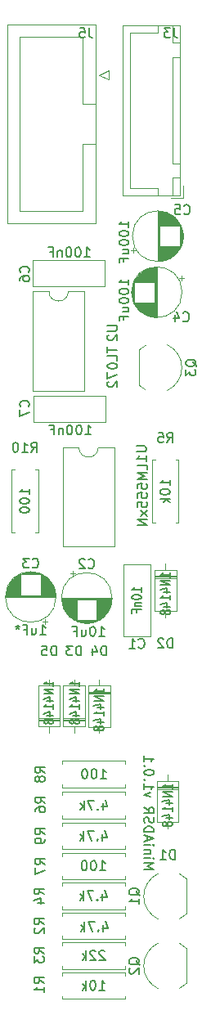
<source format=gbr>
%TF.GenerationSoftware,KiCad,Pcbnew,5.1.9+dfsg1-1~bpo10+1*%
%TF.CreationDate,2022-02-02T01:18:29+08:00*%
%TF.ProjectId,MiniADSR 1.0.1 - Main,4d696e69-4144-4535-9220-312e302e3120,rev?*%
%TF.SameCoordinates,Original*%
%TF.FileFunction,Legend,Bot*%
%TF.FilePolarity,Positive*%
%FSLAX46Y46*%
G04 Gerber Fmt 4.6, Leading zero omitted, Abs format (unit mm)*
G04 Created by KiCad (PCBNEW 5.1.9+dfsg1-1~bpo10+1) date 2022-02-02 01:18:29*
%MOMM*%
%LPD*%
G01*
G04 APERTURE LIST*
%ADD10C,0.150000*%
%ADD11C,0.120000*%
G04 APERTURE END LIST*
D10*
X150047619Y-141333333D02*
X151047619Y-141333333D01*
X150333333Y-141000000D01*
X151047619Y-140666666D01*
X150047619Y-140666666D01*
X150047619Y-140190476D02*
X150714285Y-140190476D01*
X151047619Y-140190476D02*
X151000000Y-140238095D01*
X150952380Y-140190476D01*
X151000000Y-140142857D01*
X151047619Y-140190476D01*
X150952380Y-140190476D01*
X150714285Y-139714285D02*
X150047619Y-139714285D01*
X150619047Y-139714285D02*
X150666666Y-139666666D01*
X150714285Y-139571428D01*
X150714285Y-139428571D01*
X150666666Y-139333333D01*
X150571428Y-139285714D01*
X150047619Y-139285714D01*
X150047619Y-138809523D02*
X150714285Y-138809523D01*
X151047619Y-138809523D02*
X151000000Y-138857142D01*
X150952380Y-138809523D01*
X151000000Y-138761904D01*
X151047619Y-138809523D01*
X150952380Y-138809523D01*
X150333333Y-138380952D02*
X150333333Y-137904761D01*
X150047619Y-138476190D02*
X151047619Y-138142857D01*
X150047619Y-137809523D01*
X150047619Y-137476190D02*
X151047619Y-137476190D01*
X151047619Y-137238095D01*
X151000000Y-137095238D01*
X150904761Y-137000000D01*
X150809523Y-136952380D01*
X150619047Y-136904761D01*
X150476190Y-136904761D01*
X150285714Y-136952380D01*
X150190476Y-137000000D01*
X150095238Y-137095238D01*
X150047619Y-137238095D01*
X150047619Y-137476190D01*
X150095238Y-136523809D02*
X150047619Y-136380952D01*
X150047619Y-136142857D01*
X150095238Y-136047619D01*
X150142857Y-136000000D01*
X150238095Y-135952380D01*
X150333333Y-135952380D01*
X150428571Y-136000000D01*
X150476190Y-136047619D01*
X150523809Y-136142857D01*
X150571428Y-136333333D01*
X150619047Y-136428571D01*
X150666666Y-136476190D01*
X150761904Y-136523809D01*
X150857142Y-136523809D01*
X150952380Y-136476190D01*
X151000000Y-136428571D01*
X151047619Y-136333333D01*
X151047619Y-136095238D01*
X151000000Y-135952380D01*
X150047619Y-134952380D02*
X150523809Y-135285714D01*
X150047619Y-135523809D02*
X151047619Y-135523809D01*
X151047619Y-135142857D01*
X151000000Y-135047619D01*
X150952380Y-135000000D01*
X150857142Y-134952380D01*
X150714285Y-134952380D01*
X150619047Y-135000000D01*
X150571428Y-135047619D01*
X150523809Y-135142857D01*
X150523809Y-135523809D01*
X150714285Y-133857142D02*
X150047619Y-133619047D01*
X150714285Y-133380952D01*
X150047619Y-132476190D02*
X150047619Y-133047619D01*
X150047619Y-132761904D02*
X151047619Y-132761904D01*
X150904761Y-132857142D01*
X150809523Y-132952380D01*
X150761904Y-133047619D01*
X150142857Y-132047619D02*
X150095238Y-132000000D01*
X150047619Y-132047619D01*
X150095238Y-132095238D01*
X150142857Y-132047619D01*
X150047619Y-132047619D01*
X151047619Y-131380952D02*
X151047619Y-131285714D01*
X151000000Y-131190476D01*
X150952380Y-131142857D01*
X150857142Y-131095238D01*
X150666666Y-131047619D01*
X150428571Y-131047619D01*
X150238095Y-131095238D01*
X150142857Y-131142857D01*
X150095238Y-131190476D01*
X150047619Y-131285714D01*
X150047619Y-131380952D01*
X150095238Y-131476190D01*
X150142857Y-131523809D01*
X150238095Y-131571428D01*
X150428571Y-131619047D01*
X150666666Y-131619047D01*
X150857142Y-131571428D01*
X150952380Y-131523809D01*
X151000000Y-131476190D01*
X151047619Y-131380952D01*
X150142857Y-130619047D02*
X150095238Y-130571428D01*
X150047619Y-130619047D01*
X150095238Y-130666666D01*
X150142857Y-130619047D01*
X150047619Y-130619047D01*
X150047619Y-129619047D02*
X150047619Y-130190476D01*
X150047619Y-129904761D02*
X151047619Y-129904761D01*
X150904761Y-130000000D01*
X150809523Y-130095238D01*
X150761904Y-130190476D01*
D11*
%TO.C,R7*%
X148060000Y-139960000D02*
X148060000Y-139630000D01*
X148060000Y-139630000D02*
X141520000Y-139630000D01*
X141520000Y-139630000D02*
X141520000Y-139960000D01*
X148060000Y-142040000D02*
X148060000Y-142370000D01*
X148060000Y-142370000D02*
X141520000Y-142370000D01*
X141520000Y-142370000D02*
X141520000Y-142040000D01*
%TO.C,C1*%
X147930000Y-109780000D02*
X147930000Y-117220000D01*
X150670000Y-109780000D02*
X150670000Y-117220000D01*
X147930000Y-109780000D02*
X150670000Y-109780000D01*
X147930000Y-117220000D02*
X150670000Y-117220000D01*
%TO.C,D1*%
X151380000Y-132790000D02*
X153620000Y-132790000D01*
X151380000Y-133030000D02*
X153620000Y-133030000D01*
X151380000Y-132910000D02*
X153620000Y-132910000D01*
X152500000Y-137080000D02*
X152500000Y-136430000D01*
X152500000Y-131540000D02*
X152500000Y-132190000D01*
X151380000Y-136430000D02*
X151380000Y-132190000D01*
X153620000Y-136430000D02*
X151380000Y-136430000D01*
X153620000Y-132190000D02*
X153620000Y-136430000D01*
X151380000Y-132190000D02*
X153620000Y-132190000D01*
%TO.C,R5*%
X153290000Y-105460000D02*
X153620000Y-105460000D01*
X153620000Y-105460000D02*
X153620000Y-98920000D01*
X153620000Y-98920000D02*
X153290000Y-98920000D01*
X151210000Y-105460000D02*
X150880000Y-105460000D01*
X150880000Y-105460000D02*
X150880000Y-98920000D01*
X150880000Y-98920000D02*
X151210000Y-98920000D01*
%TO.C,D2*%
X151130000Y-110365000D02*
X153370000Y-110365000D01*
X153370000Y-110365000D02*
X153370000Y-114605000D01*
X153370000Y-114605000D02*
X151130000Y-114605000D01*
X151130000Y-114605000D02*
X151130000Y-110365000D01*
X152250000Y-109715000D02*
X152250000Y-110365000D01*
X152250000Y-115255000D02*
X152250000Y-114605000D01*
X151130000Y-111085000D02*
X153370000Y-111085000D01*
X151130000Y-111205000D02*
X153370000Y-111205000D01*
X151130000Y-110965000D02*
X153370000Y-110965000D01*
%TO.C,U1*%
X145290000Y-97670000D02*
X146940000Y-97670000D01*
X146940000Y-97670000D02*
X146940000Y-107950000D01*
X146940000Y-107950000D02*
X141640000Y-107950000D01*
X141640000Y-107950000D02*
X141640000Y-97670000D01*
X141640000Y-97670000D02*
X143290000Y-97670000D01*
X143290000Y-97670000D02*
G75*
G03*
X145290000Y-97670000I1000000J0D01*
G01*
%TO.C,C2*%
X142375000Y-110695225D02*
X142875000Y-110695225D01*
X142625000Y-110445225D02*
X142625000Y-110945225D01*
X143816000Y-115851000D02*
X144384000Y-115851000D01*
X143582000Y-115811000D02*
X144618000Y-115811000D01*
X143423000Y-115771000D02*
X144777000Y-115771000D01*
X143295000Y-115731000D02*
X144905000Y-115731000D01*
X143185000Y-115691000D02*
X145015000Y-115691000D01*
X143089000Y-115651000D02*
X145111000Y-115651000D01*
X143002000Y-115611000D02*
X145198000Y-115611000D01*
X142922000Y-115571000D02*
X145278000Y-115571000D01*
X145140000Y-115531000D02*
X145351000Y-115531000D01*
X142849000Y-115531000D02*
X143060000Y-115531000D01*
X145140000Y-115491000D02*
X145419000Y-115491000D01*
X142781000Y-115491000D02*
X143060000Y-115491000D01*
X145140000Y-115451000D02*
X145483000Y-115451000D01*
X142717000Y-115451000D02*
X143060000Y-115451000D01*
X145140000Y-115411000D02*
X145543000Y-115411000D01*
X142657000Y-115411000D02*
X143060000Y-115411000D01*
X145140000Y-115371000D02*
X145600000Y-115371000D01*
X142600000Y-115371000D02*
X143060000Y-115371000D01*
X145140000Y-115331000D02*
X145654000Y-115331000D01*
X142546000Y-115331000D02*
X143060000Y-115331000D01*
X145140000Y-115291000D02*
X145705000Y-115291000D01*
X142495000Y-115291000D02*
X143060000Y-115291000D01*
X145140000Y-115251000D02*
X145753000Y-115251000D01*
X142447000Y-115251000D02*
X143060000Y-115251000D01*
X145140000Y-115211000D02*
X145799000Y-115211000D01*
X142401000Y-115211000D02*
X143060000Y-115211000D01*
X145140000Y-115171000D02*
X145843000Y-115171000D01*
X142357000Y-115171000D02*
X143060000Y-115171000D01*
X145140000Y-115131000D02*
X145885000Y-115131000D01*
X142315000Y-115131000D02*
X143060000Y-115131000D01*
X145140000Y-115091000D02*
X145926000Y-115091000D01*
X142274000Y-115091000D02*
X143060000Y-115091000D01*
X145140000Y-115051000D02*
X145964000Y-115051000D01*
X142236000Y-115051000D02*
X143060000Y-115051000D01*
X145140000Y-115011000D02*
X146001000Y-115011000D01*
X142199000Y-115011000D02*
X143060000Y-115011000D01*
X145140000Y-114971000D02*
X146037000Y-114971000D01*
X142163000Y-114971000D02*
X143060000Y-114971000D01*
X145140000Y-114931000D02*
X146071000Y-114931000D01*
X142129000Y-114931000D02*
X143060000Y-114931000D01*
X145140000Y-114891000D02*
X146104000Y-114891000D01*
X142096000Y-114891000D02*
X143060000Y-114891000D01*
X145140000Y-114851000D02*
X146135000Y-114851000D01*
X142065000Y-114851000D02*
X143060000Y-114851000D01*
X145140000Y-114811000D02*
X146165000Y-114811000D01*
X142035000Y-114811000D02*
X143060000Y-114811000D01*
X145140000Y-114771000D02*
X146195000Y-114771000D01*
X142005000Y-114771000D02*
X143060000Y-114771000D01*
X145140000Y-114731000D02*
X146222000Y-114731000D01*
X141978000Y-114731000D02*
X143060000Y-114731000D01*
X145140000Y-114691000D02*
X146249000Y-114691000D01*
X141951000Y-114691000D02*
X143060000Y-114691000D01*
X145140000Y-114651000D02*
X146275000Y-114651000D01*
X141925000Y-114651000D02*
X143060000Y-114651000D01*
X145140000Y-114611000D02*
X146300000Y-114611000D01*
X141900000Y-114611000D02*
X143060000Y-114611000D01*
X145140000Y-114571000D02*
X146324000Y-114571000D01*
X141876000Y-114571000D02*
X143060000Y-114571000D01*
X145140000Y-114531000D02*
X146347000Y-114531000D01*
X141853000Y-114531000D02*
X143060000Y-114531000D01*
X145140000Y-114491000D02*
X146368000Y-114491000D01*
X141832000Y-114491000D02*
X143060000Y-114491000D01*
X145140000Y-114451000D02*
X146390000Y-114451000D01*
X141810000Y-114451000D02*
X143060000Y-114451000D01*
X145140000Y-114411000D02*
X146410000Y-114411000D01*
X141790000Y-114411000D02*
X143060000Y-114411000D01*
X145140000Y-114371000D02*
X146429000Y-114371000D01*
X141771000Y-114371000D02*
X143060000Y-114371000D01*
X145140000Y-114331000D02*
X146448000Y-114331000D01*
X141752000Y-114331000D02*
X143060000Y-114331000D01*
X145140000Y-114291000D02*
X146465000Y-114291000D01*
X141735000Y-114291000D02*
X143060000Y-114291000D01*
X145140000Y-114251000D02*
X146482000Y-114251000D01*
X141718000Y-114251000D02*
X143060000Y-114251000D01*
X145140000Y-114211000D02*
X146498000Y-114211000D01*
X141702000Y-114211000D02*
X143060000Y-114211000D01*
X145140000Y-114171000D02*
X146514000Y-114171000D01*
X141686000Y-114171000D02*
X143060000Y-114171000D01*
X145140000Y-114131000D02*
X146528000Y-114131000D01*
X141672000Y-114131000D02*
X143060000Y-114131000D01*
X145140000Y-114091000D02*
X146542000Y-114091000D01*
X141658000Y-114091000D02*
X143060000Y-114091000D01*
X145140000Y-114051000D02*
X146555000Y-114051000D01*
X141645000Y-114051000D02*
X143060000Y-114051000D01*
X145140000Y-114011000D02*
X146568000Y-114011000D01*
X141632000Y-114011000D02*
X143060000Y-114011000D01*
X145140000Y-113971000D02*
X146580000Y-113971000D01*
X141620000Y-113971000D02*
X143060000Y-113971000D01*
X145140000Y-113930000D02*
X146591000Y-113930000D01*
X141609000Y-113930000D02*
X143060000Y-113930000D01*
X145140000Y-113890000D02*
X146601000Y-113890000D01*
X141599000Y-113890000D02*
X143060000Y-113890000D01*
X145140000Y-113850000D02*
X146611000Y-113850000D01*
X141589000Y-113850000D02*
X143060000Y-113850000D01*
X145140000Y-113810000D02*
X146620000Y-113810000D01*
X141580000Y-113810000D02*
X143060000Y-113810000D01*
X145140000Y-113770000D02*
X146628000Y-113770000D01*
X141572000Y-113770000D02*
X143060000Y-113770000D01*
X145140000Y-113730000D02*
X146636000Y-113730000D01*
X141564000Y-113730000D02*
X143060000Y-113730000D01*
X145140000Y-113690000D02*
X146643000Y-113690000D01*
X141557000Y-113690000D02*
X143060000Y-113690000D01*
X145140000Y-113650000D02*
X146650000Y-113650000D01*
X141550000Y-113650000D02*
X143060000Y-113650000D01*
X145140000Y-113610000D02*
X146656000Y-113610000D01*
X141544000Y-113610000D02*
X143060000Y-113610000D01*
X145140000Y-113570000D02*
X146661000Y-113570000D01*
X141539000Y-113570000D02*
X143060000Y-113570000D01*
X145140000Y-113530000D02*
X146665000Y-113530000D01*
X141535000Y-113530000D02*
X143060000Y-113530000D01*
X145140000Y-113490000D02*
X146669000Y-113490000D01*
X141531000Y-113490000D02*
X143060000Y-113490000D01*
X141527000Y-113450000D02*
X146673000Y-113450000D01*
X141524000Y-113410000D02*
X146676000Y-113410000D01*
X141522000Y-113370000D02*
X146678000Y-113370000D01*
X141521000Y-113330000D02*
X146679000Y-113330000D01*
X141520000Y-113290000D02*
X146680000Y-113290000D01*
X141520000Y-113250000D02*
X146680000Y-113250000D01*
X146720000Y-113250000D02*
G75*
G03*
X146720000Y-113250000I-2620000J0D01*
G01*
%TO.C,R3*%
X148060000Y-149260000D02*
X148060000Y-148930000D01*
X148060000Y-148930000D02*
X141520000Y-148930000D01*
X141520000Y-148930000D02*
X141520000Y-149260000D01*
X148060000Y-151340000D02*
X148060000Y-151670000D01*
X148060000Y-151670000D02*
X141520000Y-151670000D01*
X141520000Y-151670000D02*
X141520000Y-151340000D01*
%TO.C,R1*%
X148060000Y-152360000D02*
X148060000Y-152030000D01*
X148060000Y-152030000D02*
X141520000Y-152030000D01*
X141520000Y-152030000D02*
X141520000Y-152360000D01*
X148060000Y-154440000D02*
X148060000Y-154770000D01*
X148060000Y-154770000D02*
X141520000Y-154770000D01*
X141520000Y-154770000D02*
X141520000Y-154440000D01*
%TO.C,R9*%
X148080000Y-136530000D02*
X148080000Y-136860000D01*
X141540000Y-136530000D02*
X148080000Y-136530000D01*
X141540000Y-136860000D02*
X141540000Y-136530000D01*
X148080000Y-139270000D02*
X148080000Y-138940000D01*
X141540000Y-139270000D02*
X148080000Y-139270000D01*
X141540000Y-138940000D02*
X141540000Y-139270000D01*
%TO.C,R10*%
X139070000Y-106480000D02*
X138740000Y-106480000D01*
X139070000Y-99940000D02*
X139070000Y-106480000D01*
X138740000Y-99940000D02*
X139070000Y-99940000D01*
X136330000Y-106480000D02*
X136660000Y-106480000D01*
X136330000Y-99940000D02*
X136330000Y-106480000D01*
X136660000Y-99940000D02*
X136330000Y-99940000D01*
%TO.C,R8*%
X148060000Y-130460000D02*
X148060000Y-130130000D01*
X148060000Y-130130000D02*
X141520000Y-130130000D01*
X141520000Y-130130000D02*
X141520000Y-130460000D01*
X148060000Y-132540000D02*
X148060000Y-132870000D01*
X148060000Y-132870000D02*
X141520000Y-132870000D01*
X141520000Y-132870000D02*
X141520000Y-132540000D01*
%TO.C,R6*%
X148080000Y-133330000D02*
X148080000Y-133660000D01*
X141540000Y-133330000D02*
X148080000Y-133330000D01*
X141540000Y-133660000D02*
X141540000Y-133330000D01*
X148080000Y-136070000D02*
X148080000Y-135740000D01*
X141540000Y-136070000D02*
X148080000Y-136070000D01*
X141540000Y-135740000D02*
X141540000Y-136070000D01*
%TO.C,R4*%
X141520000Y-145470000D02*
X141520000Y-145140000D01*
X148060000Y-145470000D02*
X141520000Y-145470000D01*
X148060000Y-145140000D02*
X148060000Y-145470000D01*
X141520000Y-142730000D02*
X141520000Y-143060000D01*
X148060000Y-142730000D02*
X141520000Y-142730000D01*
X148060000Y-143060000D02*
X148060000Y-142730000D01*
%TO.C,R2*%
X141520000Y-148570000D02*
X141520000Y-148240000D01*
X148060000Y-148570000D02*
X141520000Y-148570000D01*
X148060000Y-148240000D02*
X148060000Y-148570000D01*
X141520000Y-145830000D02*
X141520000Y-146160000D01*
X148060000Y-145830000D02*
X141520000Y-145830000D01*
X148060000Y-146160000D02*
X148060000Y-145830000D01*
%TO.C,C3*%
X140920000Y-113150000D02*
G75*
G03*
X140920000Y-113150000I-2620000J0D01*
G01*
X140880000Y-113150000D02*
X135720000Y-113150000D01*
X140880000Y-113110000D02*
X135720000Y-113110000D01*
X140879000Y-113070000D02*
X135721000Y-113070000D01*
X140878000Y-113030000D02*
X135722000Y-113030000D01*
X140876000Y-112990000D02*
X135724000Y-112990000D01*
X140873000Y-112950000D02*
X135727000Y-112950000D01*
X140869000Y-112910000D02*
X139340000Y-112910000D01*
X137260000Y-112910000D02*
X135731000Y-112910000D01*
X140865000Y-112870000D02*
X139340000Y-112870000D01*
X137260000Y-112870000D02*
X135735000Y-112870000D01*
X140861000Y-112830000D02*
X139340000Y-112830000D01*
X137260000Y-112830000D02*
X135739000Y-112830000D01*
X140856000Y-112790000D02*
X139340000Y-112790000D01*
X137260000Y-112790000D02*
X135744000Y-112790000D01*
X140850000Y-112750000D02*
X139340000Y-112750000D01*
X137260000Y-112750000D02*
X135750000Y-112750000D01*
X140843000Y-112710000D02*
X139340000Y-112710000D01*
X137260000Y-112710000D02*
X135757000Y-112710000D01*
X140836000Y-112670000D02*
X139340000Y-112670000D01*
X137260000Y-112670000D02*
X135764000Y-112670000D01*
X140828000Y-112630000D02*
X139340000Y-112630000D01*
X137260000Y-112630000D02*
X135772000Y-112630000D01*
X140820000Y-112590000D02*
X139340000Y-112590000D01*
X137260000Y-112590000D02*
X135780000Y-112590000D01*
X140811000Y-112550000D02*
X139340000Y-112550000D01*
X137260000Y-112550000D02*
X135789000Y-112550000D01*
X140801000Y-112510000D02*
X139340000Y-112510000D01*
X137260000Y-112510000D02*
X135799000Y-112510000D01*
X140791000Y-112470000D02*
X139340000Y-112470000D01*
X137260000Y-112470000D02*
X135809000Y-112470000D01*
X140780000Y-112429000D02*
X139340000Y-112429000D01*
X137260000Y-112429000D02*
X135820000Y-112429000D01*
X140768000Y-112389000D02*
X139340000Y-112389000D01*
X137260000Y-112389000D02*
X135832000Y-112389000D01*
X140755000Y-112349000D02*
X139340000Y-112349000D01*
X137260000Y-112349000D02*
X135845000Y-112349000D01*
X140742000Y-112309000D02*
X139340000Y-112309000D01*
X137260000Y-112309000D02*
X135858000Y-112309000D01*
X140728000Y-112269000D02*
X139340000Y-112269000D01*
X137260000Y-112269000D02*
X135872000Y-112269000D01*
X140714000Y-112229000D02*
X139340000Y-112229000D01*
X137260000Y-112229000D02*
X135886000Y-112229000D01*
X140698000Y-112189000D02*
X139340000Y-112189000D01*
X137260000Y-112189000D02*
X135902000Y-112189000D01*
X140682000Y-112149000D02*
X139340000Y-112149000D01*
X137260000Y-112149000D02*
X135918000Y-112149000D01*
X140665000Y-112109000D02*
X139340000Y-112109000D01*
X137260000Y-112109000D02*
X135935000Y-112109000D01*
X140648000Y-112069000D02*
X139340000Y-112069000D01*
X137260000Y-112069000D02*
X135952000Y-112069000D01*
X140629000Y-112029000D02*
X139340000Y-112029000D01*
X137260000Y-112029000D02*
X135971000Y-112029000D01*
X140610000Y-111989000D02*
X139340000Y-111989000D01*
X137260000Y-111989000D02*
X135990000Y-111989000D01*
X140590000Y-111949000D02*
X139340000Y-111949000D01*
X137260000Y-111949000D02*
X136010000Y-111949000D01*
X140568000Y-111909000D02*
X139340000Y-111909000D01*
X137260000Y-111909000D02*
X136032000Y-111909000D01*
X140547000Y-111869000D02*
X139340000Y-111869000D01*
X137260000Y-111869000D02*
X136053000Y-111869000D01*
X140524000Y-111829000D02*
X139340000Y-111829000D01*
X137260000Y-111829000D02*
X136076000Y-111829000D01*
X140500000Y-111789000D02*
X139340000Y-111789000D01*
X137260000Y-111789000D02*
X136100000Y-111789000D01*
X140475000Y-111749000D02*
X139340000Y-111749000D01*
X137260000Y-111749000D02*
X136125000Y-111749000D01*
X140449000Y-111709000D02*
X139340000Y-111709000D01*
X137260000Y-111709000D02*
X136151000Y-111709000D01*
X140422000Y-111669000D02*
X139340000Y-111669000D01*
X137260000Y-111669000D02*
X136178000Y-111669000D01*
X140395000Y-111629000D02*
X139340000Y-111629000D01*
X137260000Y-111629000D02*
X136205000Y-111629000D01*
X140365000Y-111589000D02*
X139340000Y-111589000D01*
X137260000Y-111589000D02*
X136235000Y-111589000D01*
X140335000Y-111549000D02*
X139340000Y-111549000D01*
X137260000Y-111549000D02*
X136265000Y-111549000D01*
X140304000Y-111509000D02*
X139340000Y-111509000D01*
X137260000Y-111509000D02*
X136296000Y-111509000D01*
X140271000Y-111469000D02*
X139340000Y-111469000D01*
X137260000Y-111469000D02*
X136329000Y-111469000D01*
X140237000Y-111429000D02*
X139340000Y-111429000D01*
X137260000Y-111429000D02*
X136363000Y-111429000D01*
X140201000Y-111389000D02*
X139340000Y-111389000D01*
X137260000Y-111389000D02*
X136399000Y-111389000D01*
X140164000Y-111349000D02*
X139340000Y-111349000D01*
X137260000Y-111349000D02*
X136436000Y-111349000D01*
X140126000Y-111309000D02*
X139340000Y-111309000D01*
X137260000Y-111309000D02*
X136474000Y-111309000D01*
X140085000Y-111269000D02*
X139340000Y-111269000D01*
X137260000Y-111269000D02*
X136515000Y-111269000D01*
X140043000Y-111229000D02*
X139340000Y-111229000D01*
X137260000Y-111229000D02*
X136557000Y-111229000D01*
X139999000Y-111189000D02*
X139340000Y-111189000D01*
X137260000Y-111189000D02*
X136601000Y-111189000D01*
X139953000Y-111149000D02*
X139340000Y-111149000D01*
X137260000Y-111149000D02*
X136647000Y-111149000D01*
X139905000Y-111109000D02*
X139340000Y-111109000D01*
X137260000Y-111109000D02*
X136695000Y-111109000D01*
X139854000Y-111069000D02*
X139340000Y-111069000D01*
X137260000Y-111069000D02*
X136746000Y-111069000D01*
X139800000Y-111029000D02*
X139340000Y-111029000D01*
X137260000Y-111029000D02*
X136800000Y-111029000D01*
X139743000Y-110989000D02*
X139340000Y-110989000D01*
X137260000Y-110989000D02*
X136857000Y-110989000D01*
X139683000Y-110949000D02*
X139340000Y-110949000D01*
X137260000Y-110949000D02*
X136917000Y-110949000D01*
X139619000Y-110909000D02*
X139340000Y-110909000D01*
X137260000Y-110909000D02*
X136981000Y-110909000D01*
X139551000Y-110869000D02*
X139340000Y-110869000D01*
X137260000Y-110869000D02*
X137049000Y-110869000D01*
X139478000Y-110829000D02*
X137122000Y-110829000D01*
X139398000Y-110789000D02*
X137202000Y-110789000D01*
X139311000Y-110749000D02*
X137289000Y-110749000D01*
X139215000Y-110709000D02*
X137385000Y-110709000D01*
X139105000Y-110669000D02*
X137495000Y-110669000D01*
X138977000Y-110629000D02*
X137623000Y-110629000D01*
X138818000Y-110589000D02*
X137782000Y-110589000D01*
X138584000Y-110549000D02*
X138016000Y-110549000D01*
X139775000Y-115954775D02*
X139775000Y-115454775D01*
X140025000Y-115704775D02*
X139525000Y-115704775D01*
%TO.C,C4*%
X148895225Y-77525000D02*
X148895225Y-77025000D01*
X148645225Y-77275000D02*
X149145225Y-77275000D01*
X154051000Y-76084000D02*
X154051000Y-75516000D01*
X154011000Y-76318000D02*
X154011000Y-75282000D01*
X153971000Y-76477000D02*
X153971000Y-75123000D01*
X153931000Y-76605000D02*
X153931000Y-74995000D01*
X153891000Y-76715000D02*
X153891000Y-74885000D01*
X153851000Y-76811000D02*
X153851000Y-74789000D01*
X153811000Y-76898000D02*
X153811000Y-74702000D01*
X153771000Y-76978000D02*
X153771000Y-74622000D01*
X153731000Y-74760000D02*
X153731000Y-74549000D01*
X153731000Y-77051000D02*
X153731000Y-76840000D01*
X153691000Y-74760000D02*
X153691000Y-74481000D01*
X153691000Y-77119000D02*
X153691000Y-76840000D01*
X153651000Y-74760000D02*
X153651000Y-74417000D01*
X153651000Y-77183000D02*
X153651000Y-76840000D01*
X153611000Y-74760000D02*
X153611000Y-74357000D01*
X153611000Y-77243000D02*
X153611000Y-76840000D01*
X153571000Y-74760000D02*
X153571000Y-74300000D01*
X153571000Y-77300000D02*
X153571000Y-76840000D01*
X153531000Y-74760000D02*
X153531000Y-74246000D01*
X153531000Y-77354000D02*
X153531000Y-76840000D01*
X153491000Y-74760000D02*
X153491000Y-74195000D01*
X153491000Y-77405000D02*
X153491000Y-76840000D01*
X153451000Y-74760000D02*
X153451000Y-74147000D01*
X153451000Y-77453000D02*
X153451000Y-76840000D01*
X153411000Y-74760000D02*
X153411000Y-74101000D01*
X153411000Y-77499000D02*
X153411000Y-76840000D01*
X153371000Y-74760000D02*
X153371000Y-74057000D01*
X153371000Y-77543000D02*
X153371000Y-76840000D01*
X153331000Y-74760000D02*
X153331000Y-74015000D01*
X153331000Y-77585000D02*
X153331000Y-76840000D01*
X153291000Y-74760000D02*
X153291000Y-73974000D01*
X153291000Y-77626000D02*
X153291000Y-76840000D01*
X153251000Y-74760000D02*
X153251000Y-73936000D01*
X153251000Y-77664000D02*
X153251000Y-76840000D01*
X153211000Y-74760000D02*
X153211000Y-73899000D01*
X153211000Y-77701000D02*
X153211000Y-76840000D01*
X153171000Y-74760000D02*
X153171000Y-73863000D01*
X153171000Y-77737000D02*
X153171000Y-76840000D01*
X153131000Y-74760000D02*
X153131000Y-73829000D01*
X153131000Y-77771000D02*
X153131000Y-76840000D01*
X153091000Y-74760000D02*
X153091000Y-73796000D01*
X153091000Y-77804000D02*
X153091000Y-76840000D01*
X153051000Y-74760000D02*
X153051000Y-73765000D01*
X153051000Y-77835000D02*
X153051000Y-76840000D01*
X153011000Y-74760000D02*
X153011000Y-73735000D01*
X153011000Y-77865000D02*
X153011000Y-76840000D01*
X152971000Y-74760000D02*
X152971000Y-73705000D01*
X152971000Y-77895000D02*
X152971000Y-76840000D01*
X152931000Y-74760000D02*
X152931000Y-73678000D01*
X152931000Y-77922000D02*
X152931000Y-76840000D01*
X152891000Y-74760000D02*
X152891000Y-73651000D01*
X152891000Y-77949000D02*
X152891000Y-76840000D01*
X152851000Y-74760000D02*
X152851000Y-73625000D01*
X152851000Y-77975000D02*
X152851000Y-76840000D01*
X152811000Y-74760000D02*
X152811000Y-73600000D01*
X152811000Y-78000000D02*
X152811000Y-76840000D01*
X152771000Y-74760000D02*
X152771000Y-73576000D01*
X152771000Y-78024000D02*
X152771000Y-76840000D01*
X152731000Y-74760000D02*
X152731000Y-73553000D01*
X152731000Y-78047000D02*
X152731000Y-76840000D01*
X152691000Y-74760000D02*
X152691000Y-73532000D01*
X152691000Y-78068000D02*
X152691000Y-76840000D01*
X152651000Y-74760000D02*
X152651000Y-73510000D01*
X152651000Y-78090000D02*
X152651000Y-76840000D01*
X152611000Y-74760000D02*
X152611000Y-73490000D01*
X152611000Y-78110000D02*
X152611000Y-76840000D01*
X152571000Y-74760000D02*
X152571000Y-73471000D01*
X152571000Y-78129000D02*
X152571000Y-76840000D01*
X152531000Y-74760000D02*
X152531000Y-73452000D01*
X152531000Y-78148000D02*
X152531000Y-76840000D01*
X152491000Y-74760000D02*
X152491000Y-73435000D01*
X152491000Y-78165000D02*
X152491000Y-76840000D01*
X152451000Y-74760000D02*
X152451000Y-73418000D01*
X152451000Y-78182000D02*
X152451000Y-76840000D01*
X152411000Y-74760000D02*
X152411000Y-73402000D01*
X152411000Y-78198000D02*
X152411000Y-76840000D01*
X152371000Y-74760000D02*
X152371000Y-73386000D01*
X152371000Y-78214000D02*
X152371000Y-76840000D01*
X152331000Y-74760000D02*
X152331000Y-73372000D01*
X152331000Y-78228000D02*
X152331000Y-76840000D01*
X152291000Y-74760000D02*
X152291000Y-73358000D01*
X152291000Y-78242000D02*
X152291000Y-76840000D01*
X152251000Y-74760000D02*
X152251000Y-73345000D01*
X152251000Y-78255000D02*
X152251000Y-76840000D01*
X152211000Y-74760000D02*
X152211000Y-73332000D01*
X152211000Y-78268000D02*
X152211000Y-76840000D01*
X152171000Y-74760000D02*
X152171000Y-73320000D01*
X152171000Y-78280000D02*
X152171000Y-76840000D01*
X152130000Y-74760000D02*
X152130000Y-73309000D01*
X152130000Y-78291000D02*
X152130000Y-76840000D01*
X152090000Y-74760000D02*
X152090000Y-73299000D01*
X152090000Y-78301000D02*
X152090000Y-76840000D01*
X152050000Y-74760000D02*
X152050000Y-73289000D01*
X152050000Y-78311000D02*
X152050000Y-76840000D01*
X152010000Y-74760000D02*
X152010000Y-73280000D01*
X152010000Y-78320000D02*
X152010000Y-76840000D01*
X151970000Y-74760000D02*
X151970000Y-73272000D01*
X151970000Y-78328000D02*
X151970000Y-76840000D01*
X151930000Y-74760000D02*
X151930000Y-73264000D01*
X151930000Y-78336000D02*
X151930000Y-76840000D01*
X151890000Y-74760000D02*
X151890000Y-73257000D01*
X151890000Y-78343000D02*
X151890000Y-76840000D01*
X151850000Y-74760000D02*
X151850000Y-73250000D01*
X151850000Y-78350000D02*
X151850000Y-76840000D01*
X151810000Y-74760000D02*
X151810000Y-73244000D01*
X151810000Y-78356000D02*
X151810000Y-76840000D01*
X151770000Y-74760000D02*
X151770000Y-73239000D01*
X151770000Y-78361000D02*
X151770000Y-76840000D01*
X151730000Y-74760000D02*
X151730000Y-73235000D01*
X151730000Y-78365000D02*
X151730000Y-76840000D01*
X151690000Y-74760000D02*
X151690000Y-73231000D01*
X151690000Y-78369000D02*
X151690000Y-76840000D01*
X151650000Y-78373000D02*
X151650000Y-73227000D01*
X151610000Y-78376000D02*
X151610000Y-73224000D01*
X151570000Y-78378000D02*
X151570000Y-73222000D01*
X151530000Y-78379000D02*
X151530000Y-73221000D01*
X151490000Y-78380000D02*
X151490000Y-73220000D01*
X151450000Y-78380000D02*
X151450000Y-73220000D01*
X154070000Y-75800000D02*
G75*
G03*
X154070000Y-75800000I-2620000J0D01*
G01*
%TO.C,C5*%
X153970000Y-81600000D02*
G75*
G03*
X153970000Y-81600000I-2620000J0D01*
G01*
X151350000Y-79020000D02*
X151350000Y-84180000D01*
X151310000Y-79020000D02*
X151310000Y-84180000D01*
X151270000Y-79021000D02*
X151270000Y-84179000D01*
X151230000Y-79022000D02*
X151230000Y-84178000D01*
X151190000Y-79024000D02*
X151190000Y-84176000D01*
X151150000Y-79027000D02*
X151150000Y-84173000D01*
X151110000Y-79031000D02*
X151110000Y-80560000D01*
X151110000Y-82640000D02*
X151110000Y-84169000D01*
X151070000Y-79035000D02*
X151070000Y-80560000D01*
X151070000Y-82640000D02*
X151070000Y-84165000D01*
X151030000Y-79039000D02*
X151030000Y-80560000D01*
X151030000Y-82640000D02*
X151030000Y-84161000D01*
X150990000Y-79044000D02*
X150990000Y-80560000D01*
X150990000Y-82640000D02*
X150990000Y-84156000D01*
X150950000Y-79050000D02*
X150950000Y-80560000D01*
X150950000Y-82640000D02*
X150950000Y-84150000D01*
X150910000Y-79057000D02*
X150910000Y-80560000D01*
X150910000Y-82640000D02*
X150910000Y-84143000D01*
X150870000Y-79064000D02*
X150870000Y-80560000D01*
X150870000Y-82640000D02*
X150870000Y-84136000D01*
X150830000Y-79072000D02*
X150830000Y-80560000D01*
X150830000Y-82640000D02*
X150830000Y-84128000D01*
X150790000Y-79080000D02*
X150790000Y-80560000D01*
X150790000Y-82640000D02*
X150790000Y-84120000D01*
X150750000Y-79089000D02*
X150750000Y-80560000D01*
X150750000Y-82640000D02*
X150750000Y-84111000D01*
X150710000Y-79099000D02*
X150710000Y-80560000D01*
X150710000Y-82640000D02*
X150710000Y-84101000D01*
X150670000Y-79109000D02*
X150670000Y-80560000D01*
X150670000Y-82640000D02*
X150670000Y-84091000D01*
X150629000Y-79120000D02*
X150629000Y-80560000D01*
X150629000Y-82640000D02*
X150629000Y-84080000D01*
X150589000Y-79132000D02*
X150589000Y-80560000D01*
X150589000Y-82640000D02*
X150589000Y-84068000D01*
X150549000Y-79145000D02*
X150549000Y-80560000D01*
X150549000Y-82640000D02*
X150549000Y-84055000D01*
X150509000Y-79158000D02*
X150509000Y-80560000D01*
X150509000Y-82640000D02*
X150509000Y-84042000D01*
X150469000Y-79172000D02*
X150469000Y-80560000D01*
X150469000Y-82640000D02*
X150469000Y-84028000D01*
X150429000Y-79186000D02*
X150429000Y-80560000D01*
X150429000Y-82640000D02*
X150429000Y-84014000D01*
X150389000Y-79202000D02*
X150389000Y-80560000D01*
X150389000Y-82640000D02*
X150389000Y-83998000D01*
X150349000Y-79218000D02*
X150349000Y-80560000D01*
X150349000Y-82640000D02*
X150349000Y-83982000D01*
X150309000Y-79235000D02*
X150309000Y-80560000D01*
X150309000Y-82640000D02*
X150309000Y-83965000D01*
X150269000Y-79252000D02*
X150269000Y-80560000D01*
X150269000Y-82640000D02*
X150269000Y-83948000D01*
X150229000Y-79271000D02*
X150229000Y-80560000D01*
X150229000Y-82640000D02*
X150229000Y-83929000D01*
X150189000Y-79290000D02*
X150189000Y-80560000D01*
X150189000Y-82640000D02*
X150189000Y-83910000D01*
X150149000Y-79310000D02*
X150149000Y-80560000D01*
X150149000Y-82640000D02*
X150149000Y-83890000D01*
X150109000Y-79332000D02*
X150109000Y-80560000D01*
X150109000Y-82640000D02*
X150109000Y-83868000D01*
X150069000Y-79353000D02*
X150069000Y-80560000D01*
X150069000Y-82640000D02*
X150069000Y-83847000D01*
X150029000Y-79376000D02*
X150029000Y-80560000D01*
X150029000Y-82640000D02*
X150029000Y-83824000D01*
X149989000Y-79400000D02*
X149989000Y-80560000D01*
X149989000Y-82640000D02*
X149989000Y-83800000D01*
X149949000Y-79425000D02*
X149949000Y-80560000D01*
X149949000Y-82640000D02*
X149949000Y-83775000D01*
X149909000Y-79451000D02*
X149909000Y-80560000D01*
X149909000Y-82640000D02*
X149909000Y-83749000D01*
X149869000Y-79478000D02*
X149869000Y-80560000D01*
X149869000Y-82640000D02*
X149869000Y-83722000D01*
X149829000Y-79505000D02*
X149829000Y-80560000D01*
X149829000Y-82640000D02*
X149829000Y-83695000D01*
X149789000Y-79535000D02*
X149789000Y-80560000D01*
X149789000Y-82640000D02*
X149789000Y-83665000D01*
X149749000Y-79565000D02*
X149749000Y-80560000D01*
X149749000Y-82640000D02*
X149749000Y-83635000D01*
X149709000Y-79596000D02*
X149709000Y-80560000D01*
X149709000Y-82640000D02*
X149709000Y-83604000D01*
X149669000Y-79629000D02*
X149669000Y-80560000D01*
X149669000Y-82640000D02*
X149669000Y-83571000D01*
X149629000Y-79663000D02*
X149629000Y-80560000D01*
X149629000Y-82640000D02*
X149629000Y-83537000D01*
X149589000Y-79699000D02*
X149589000Y-80560000D01*
X149589000Y-82640000D02*
X149589000Y-83501000D01*
X149549000Y-79736000D02*
X149549000Y-80560000D01*
X149549000Y-82640000D02*
X149549000Y-83464000D01*
X149509000Y-79774000D02*
X149509000Y-80560000D01*
X149509000Y-82640000D02*
X149509000Y-83426000D01*
X149469000Y-79815000D02*
X149469000Y-80560000D01*
X149469000Y-82640000D02*
X149469000Y-83385000D01*
X149429000Y-79857000D02*
X149429000Y-80560000D01*
X149429000Y-82640000D02*
X149429000Y-83343000D01*
X149389000Y-79901000D02*
X149389000Y-80560000D01*
X149389000Y-82640000D02*
X149389000Y-83299000D01*
X149349000Y-79947000D02*
X149349000Y-80560000D01*
X149349000Y-82640000D02*
X149349000Y-83253000D01*
X149309000Y-79995000D02*
X149309000Y-80560000D01*
X149309000Y-82640000D02*
X149309000Y-83205000D01*
X149269000Y-80046000D02*
X149269000Y-80560000D01*
X149269000Y-82640000D02*
X149269000Y-83154000D01*
X149229000Y-80100000D02*
X149229000Y-80560000D01*
X149229000Y-82640000D02*
X149229000Y-83100000D01*
X149189000Y-80157000D02*
X149189000Y-80560000D01*
X149189000Y-82640000D02*
X149189000Y-83043000D01*
X149149000Y-80217000D02*
X149149000Y-80560000D01*
X149149000Y-82640000D02*
X149149000Y-82983000D01*
X149109000Y-80281000D02*
X149109000Y-80560000D01*
X149109000Y-82640000D02*
X149109000Y-82919000D01*
X149069000Y-80349000D02*
X149069000Y-80560000D01*
X149069000Y-82640000D02*
X149069000Y-82851000D01*
X149029000Y-80422000D02*
X149029000Y-82778000D01*
X148989000Y-80502000D02*
X148989000Y-82698000D01*
X148949000Y-80589000D02*
X148949000Y-82611000D01*
X148909000Y-80685000D02*
X148909000Y-82515000D01*
X148869000Y-80795000D02*
X148869000Y-82405000D01*
X148829000Y-80923000D02*
X148829000Y-82277000D01*
X148789000Y-81082000D02*
X148789000Y-82118000D01*
X148749000Y-81316000D02*
X148749000Y-81884000D01*
X154154775Y-80125000D02*
X153654775Y-80125000D01*
X153904775Y-79875000D02*
X153904775Y-80375000D01*
%TO.C,C6*%
X145970000Y-81020000D02*
X145970000Y-78280000D01*
X138530000Y-81020000D02*
X138530000Y-78280000D01*
X138530000Y-78280000D02*
X145970000Y-78280000D01*
X138530000Y-81020000D02*
X145970000Y-81020000D01*
%TO.C,C7*%
X138580000Y-95070000D02*
X146020000Y-95070000D01*
X138580000Y-92330000D02*
X146020000Y-92330000D01*
X138580000Y-95070000D02*
X138580000Y-92330000D01*
X146020000Y-95070000D02*
X146020000Y-92330000D01*
%TO.C,D3*%
X143920000Y-125960000D02*
X141680000Y-125960000D01*
X143920000Y-125720000D02*
X141680000Y-125720000D01*
X143920000Y-125840000D02*
X141680000Y-125840000D01*
X142800000Y-121670000D02*
X142800000Y-122320000D01*
X142800000Y-127210000D02*
X142800000Y-126560000D01*
X143920000Y-122320000D02*
X143920000Y-126560000D01*
X141680000Y-122320000D02*
X143920000Y-122320000D01*
X141680000Y-126560000D02*
X141680000Y-122320000D01*
X143920000Y-126560000D02*
X141680000Y-126560000D01*
%TO.C,D4*%
X144280000Y-122340000D02*
X146520000Y-122340000D01*
X146520000Y-122340000D02*
X146520000Y-126580000D01*
X146520000Y-126580000D02*
X144280000Y-126580000D01*
X144280000Y-126580000D02*
X144280000Y-122340000D01*
X145400000Y-121690000D02*
X145400000Y-122340000D01*
X145400000Y-127230000D02*
X145400000Y-126580000D01*
X144280000Y-123060000D02*
X146520000Y-123060000D01*
X144280000Y-123180000D02*
X146520000Y-123180000D01*
X144280000Y-122940000D02*
X146520000Y-122940000D01*
%TO.C,D5*%
X141320000Y-126560000D02*
X139080000Y-126560000D01*
X139080000Y-126560000D02*
X139080000Y-122320000D01*
X139080000Y-122320000D02*
X141320000Y-122320000D01*
X141320000Y-122320000D02*
X141320000Y-126560000D01*
X140200000Y-127210000D02*
X140200000Y-126560000D01*
X140200000Y-121670000D02*
X140200000Y-122320000D01*
X141320000Y-125840000D02*
X139080000Y-125840000D01*
X141320000Y-125720000D02*
X139080000Y-125720000D01*
X141320000Y-125960000D02*
X139080000Y-125960000D01*
%TO.C,J3*%
X153760000Y-71560000D02*
X147790000Y-71560000D01*
X147790000Y-71560000D02*
X147790000Y-53940000D01*
X147790000Y-53940000D02*
X153760000Y-53940000D01*
X153760000Y-53940000D02*
X153760000Y-71560000D01*
X153750000Y-68250000D02*
X153000000Y-68250000D01*
X153000000Y-68250000D02*
X153000000Y-57250000D01*
X153000000Y-57250000D02*
X153750000Y-57250000D01*
X153750000Y-57250000D02*
X153750000Y-68250000D01*
X153750000Y-71550000D02*
X153000000Y-71550000D01*
X153000000Y-71550000D02*
X153000000Y-69750000D01*
X153000000Y-69750000D02*
X153750000Y-69750000D01*
X153750000Y-69750000D02*
X153750000Y-71550000D01*
X153750000Y-55750000D02*
X153000000Y-55750000D01*
X153000000Y-55750000D02*
X153000000Y-53950000D01*
X153000000Y-53950000D02*
X153750000Y-53950000D01*
X153750000Y-53950000D02*
X153750000Y-55750000D01*
X151500000Y-71550000D02*
X151500000Y-70800000D01*
X151500000Y-70800000D02*
X148550000Y-70800000D01*
X148550000Y-70800000D02*
X148550000Y-62750000D01*
X151500000Y-53950000D02*
X151500000Y-54700000D01*
X151500000Y-54700000D02*
X148550000Y-54700000D01*
X148550000Y-54700000D02*
X148550000Y-62750000D01*
X154050000Y-70600000D02*
X154050000Y-71850000D01*
X154050000Y-71850000D02*
X152800000Y-71850000D01*
%TO.C,J5*%
X144990000Y-53890000D02*
X135870000Y-53890000D01*
X135870000Y-53890000D02*
X135870000Y-74470000D01*
X135870000Y-74470000D02*
X144990000Y-74470000D01*
X144990000Y-74470000D02*
X144990000Y-53890000D01*
X144990000Y-62130000D02*
X143680000Y-62130000D01*
X143680000Y-62130000D02*
X143680000Y-55190000D01*
X143680000Y-55190000D02*
X137180000Y-55190000D01*
X137180000Y-55190000D02*
X137180000Y-73170000D01*
X137180000Y-73170000D02*
X143680000Y-73170000D01*
X143680000Y-73170000D02*
X143680000Y-66230000D01*
X143680000Y-66230000D02*
X143680000Y-66230000D01*
X143680000Y-66230000D02*
X144990000Y-66230000D01*
X145380000Y-59100000D02*
X146380000Y-58600000D01*
X146380000Y-58600000D02*
X146380000Y-59600000D01*
X146380000Y-59600000D02*
X145380000Y-59100000D01*
%TO.C,U2*%
X138540000Y-81520000D02*
X140190000Y-81520000D01*
X138540000Y-91800000D02*
X138540000Y-81520000D01*
X143840000Y-91800000D02*
X138540000Y-91800000D01*
X143840000Y-81520000D02*
X143840000Y-91800000D01*
X142190000Y-81520000D02*
X143840000Y-81520000D01*
X140190000Y-81520000D02*
G75*
G03*
X142190000Y-81520000I1000000J0D01*
G01*
%TO.C,Q1*%
X154450000Y-142340000D02*
X154450000Y-145940000D01*
X153722795Y-141815816D02*
G75*
G02*
X154450000Y-142340000I-1122795J-2324184D01*
G01*
X151501193Y-141783600D02*
G75*
G03*
X150000000Y-144140000I1098807J-2356400D01*
G01*
X151501193Y-146496400D02*
G75*
G02*
X150000000Y-144140000I1098807J2356400D01*
G01*
X153722795Y-146464184D02*
G75*
G03*
X154450000Y-145940000I-1122795J2324184D01*
G01*
%TO.C,Q2*%
X154450000Y-149540000D02*
X154450000Y-153140000D01*
X153722795Y-153664184D02*
G75*
G03*
X154450000Y-153140000I-1122795J2324184D01*
G01*
X151501193Y-153696400D02*
G75*
G02*
X150000000Y-151340000I1098807J2356400D01*
G01*
X151501193Y-148983600D02*
G75*
G03*
X150000000Y-151340000I1098807J-2356400D01*
G01*
X153722795Y-149015816D02*
G75*
G02*
X154450000Y-149540000I-1122795J-2324184D01*
G01*
%TO.C,Q3*%
X149500000Y-91210000D02*
X149500000Y-87610000D01*
X150227205Y-91734184D02*
G75*
G02*
X149500000Y-91210000I1122795J2324184D01*
G01*
X152448807Y-91766400D02*
G75*
G03*
X153950000Y-89410000I-1098807J2356400D01*
G01*
X152448807Y-87053600D02*
G75*
G02*
X153950000Y-89410000I-1098807J-2356400D01*
G01*
X150227205Y-87085816D02*
G75*
G03*
X149500000Y-87610000I1122795J-2324184D01*
G01*
%TO.C,R7*%
D10*
X139752380Y-140833333D02*
X139276190Y-140500000D01*
X139752380Y-140261904D02*
X138752380Y-140261904D01*
X138752380Y-140642857D01*
X138800000Y-140738095D01*
X138847619Y-140785714D01*
X138942857Y-140833333D01*
X139085714Y-140833333D01*
X139180952Y-140785714D01*
X139228571Y-140738095D01*
X139276190Y-140642857D01*
X139276190Y-140261904D01*
X138752380Y-141166666D02*
X138752380Y-141833333D01*
X139752380Y-141404761D01*
X145456666Y-141452380D02*
X146028095Y-141452380D01*
X145742380Y-141452380D02*
X145742380Y-140452380D01*
X145837619Y-140595238D01*
X145932857Y-140690476D01*
X146028095Y-140738095D01*
X144837619Y-140452380D02*
X144742380Y-140452380D01*
X144647142Y-140500000D01*
X144599523Y-140547619D01*
X144551904Y-140642857D01*
X144504285Y-140833333D01*
X144504285Y-141071428D01*
X144551904Y-141261904D01*
X144599523Y-141357142D01*
X144647142Y-141404761D01*
X144742380Y-141452380D01*
X144837619Y-141452380D01*
X144932857Y-141404761D01*
X144980476Y-141357142D01*
X145028095Y-141261904D01*
X145075714Y-141071428D01*
X145075714Y-140833333D01*
X145028095Y-140642857D01*
X144980476Y-140547619D01*
X144932857Y-140500000D01*
X144837619Y-140452380D01*
X143885238Y-140452380D02*
X143790000Y-140452380D01*
X143694761Y-140500000D01*
X143647142Y-140547619D01*
X143599523Y-140642857D01*
X143551904Y-140833333D01*
X143551904Y-141071428D01*
X143599523Y-141261904D01*
X143647142Y-141357142D01*
X143694761Y-141404761D01*
X143790000Y-141452380D01*
X143885238Y-141452380D01*
X143980476Y-141404761D01*
X144028095Y-141357142D01*
X144075714Y-141261904D01*
X144123333Y-141071428D01*
X144123333Y-140833333D01*
X144075714Y-140642857D01*
X144028095Y-140547619D01*
X143980476Y-140500000D01*
X143885238Y-140452380D01*
%TO.C,C1*%
X149466666Y-118357142D02*
X149514285Y-118404761D01*
X149657142Y-118452380D01*
X149752380Y-118452380D01*
X149895238Y-118404761D01*
X149990476Y-118309523D01*
X150038095Y-118214285D01*
X150085714Y-118023809D01*
X150085714Y-117880952D01*
X150038095Y-117690476D01*
X149990476Y-117595238D01*
X149895238Y-117500000D01*
X149752380Y-117452380D01*
X149657142Y-117452380D01*
X149514285Y-117500000D01*
X149466666Y-117547619D01*
X148514285Y-118452380D02*
X149085714Y-118452380D01*
X148800000Y-118452380D02*
X148800000Y-117452380D01*
X148895238Y-117595238D01*
X148990476Y-117690476D01*
X149085714Y-117738095D01*
X149752380Y-112642857D02*
X149752380Y-112185714D01*
X149752380Y-112414285D02*
X148752380Y-112414285D01*
X148895238Y-112338095D01*
X148990476Y-112261904D01*
X149038095Y-112185714D01*
X148752380Y-113138095D02*
X148752380Y-113214285D01*
X148800000Y-113290476D01*
X148847619Y-113328571D01*
X148942857Y-113366666D01*
X149133333Y-113404761D01*
X149371428Y-113404761D01*
X149561904Y-113366666D01*
X149657142Y-113328571D01*
X149704761Y-113290476D01*
X149752380Y-113214285D01*
X149752380Y-113138095D01*
X149704761Y-113061904D01*
X149657142Y-113023809D01*
X149561904Y-112985714D01*
X149371428Y-112947619D01*
X149133333Y-112947619D01*
X148942857Y-112985714D01*
X148847619Y-113023809D01*
X148800000Y-113061904D01*
X148752380Y-113138095D01*
X149085714Y-113747619D02*
X149752380Y-113747619D01*
X149180952Y-113747619D02*
X149133333Y-113785714D01*
X149085714Y-113861904D01*
X149085714Y-113976190D01*
X149133333Y-114052380D01*
X149228571Y-114090476D01*
X149752380Y-114090476D01*
X149228571Y-114738095D02*
X149228571Y-114471428D01*
X149752380Y-114471428D02*
X148752380Y-114471428D01*
X148752380Y-114852380D01*
%TO.C,D1*%
X153238095Y-140302380D02*
X153238095Y-139302380D01*
X153000000Y-139302380D01*
X152857142Y-139350000D01*
X152761904Y-139445238D01*
X152714285Y-139540476D01*
X152666666Y-139730952D01*
X152666666Y-139873809D01*
X152714285Y-140064285D01*
X152761904Y-140159523D01*
X152857142Y-140254761D01*
X153000000Y-140302380D01*
X153238095Y-140302380D01*
X151714285Y-140302380D02*
X152285714Y-140302380D01*
X152000000Y-140302380D02*
X152000000Y-139302380D01*
X152095238Y-139445238D01*
X152190476Y-139540476D01*
X152285714Y-139588095D01*
X152952380Y-132985714D02*
X152952380Y-132528571D01*
X152952380Y-132757142D02*
X151952380Y-132757142D01*
X152095238Y-132680952D01*
X152190476Y-132604761D01*
X152238095Y-132528571D01*
X152952380Y-133328571D02*
X151952380Y-133328571D01*
X152952380Y-133785714D01*
X151952380Y-133785714D01*
X152285714Y-134509523D02*
X152952380Y-134509523D01*
X151904761Y-134319047D02*
X152619047Y-134128571D01*
X152619047Y-134623809D01*
X152952380Y-135347619D02*
X152952380Y-134890476D01*
X152952380Y-135119047D02*
X151952380Y-135119047D01*
X152095238Y-135042857D01*
X152190476Y-134966666D01*
X152238095Y-134890476D01*
X152285714Y-136033333D02*
X152952380Y-136033333D01*
X151904761Y-135842857D02*
X152619047Y-135652380D01*
X152619047Y-136147619D01*
X152380952Y-136566666D02*
X152333333Y-136490476D01*
X152285714Y-136452380D01*
X152190476Y-136414285D01*
X152142857Y-136414285D01*
X152047619Y-136452380D01*
X152000000Y-136490476D01*
X151952380Y-136566666D01*
X151952380Y-136719047D01*
X152000000Y-136795238D01*
X152047619Y-136833333D01*
X152142857Y-136871428D01*
X152190476Y-136871428D01*
X152285714Y-136833333D01*
X152333333Y-136795238D01*
X152380952Y-136719047D01*
X152380952Y-136566666D01*
X152428571Y-136490476D01*
X152476190Y-136452380D01*
X152571428Y-136414285D01*
X152761904Y-136414285D01*
X152857142Y-136452380D01*
X152904761Y-136490476D01*
X152952380Y-136566666D01*
X152952380Y-136719047D01*
X152904761Y-136795238D01*
X152857142Y-136833333D01*
X152761904Y-136871428D01*
X152571428Y-136871428D01*
X152476190Y-136833333D01*
X152428571Y-136795238D01*
X152380952Y-136719047D01*
%TO.C,R5*%
X152416666Y-97152380D02*
X152750000Y-96676190D01*
X152988095Y-97152380D02*
X152988095Y-96152380D01*
X152607142Y-96152380D01*
X152511904Y-96200000D01*
X152464285Y-96247619D01*
X152416666Y-96342857D01*
X152416666Y-96485714D01*
X152464285Y-96580952D01*
X152511904Y-96628571D01*
X152607142Y-96676190D01*
X152988095Y-96676190D01*
X151511904Y-96152380D02*
X151988095Y-96152380D01*
X152035714Y-96628571D01*
X151988095Y-96580952D01*
X151892857Y-96533333D01*
X151654761Y-96533333D01*
X151559523Y-96580952D01*
X151511904Y-96628571D01*
X151464285Y-96723809D01*
X151464285Y-96961904D01*
X151511904Y-97057142D01*
X151559523Y-97104761D01*
X151654761Y-97152380D01*
X151892857Y-97152380D01*
X151988095Y-97104761D01*
X152035714Y-97057142D01*
X152702380Y-101594761D02*
X152702380Y-101023333D01*
X152702380Y-101309047D02*
X151702380Y-101309047D01*
X151845238Y-101213809D01*
X151940476Y-101118571D01*
X151988095Y-101023333D01*
X151702380Y-102213809D02*
X151702380Y-102309047D01*
X151750000Y-102404285D01*
X151797619Y-102451904D01*
X151892857Y-102499523D01*
X152083333Y-102547142D01*
X152321428Y-102547142D01*
X152511904Y-102499523D01*
X152607142Y-102451904D01*
X152654761Y-102404285D01*
X152702380Y-102309047D01*
X152702380Y-102213809D01*
X152654761Y-102118571D01*
X152607142Y-102070952D01*
X152511904Y-102023333D01*
X152321428Y-101975714D01*
X152083333Y-101975714D01*
X151892857Y-102023333D01*
X151797619Y-102070952D01*
X151750000Y-102118571D01*
X151702380Y-102213809D01*
X152702380Y-102975714D02*
X151702380Y-102975714D01*
X152321428Y-103070952D02*
X152702380Y-103356666D01*
X152035714Y-103356666D02*
X152416666Y-102975714D01*
%TO.C,D2*%
X152988095Y-118427380D02*
X152988095Y-117427380D01*
X152750000Y-117427380D01*
X152607142Y-117475000D01*
X152511904Y-117570238D01*
X152464285Y-117665476D01*
X152416666Y-117855952D01*
X152416666Y-117998809D01*
X152464285Y-118189285D01*
X152511904Y-118284523D01*
X152607142Y-118379761D01*
X152750000Y-118427380D01*
X152988095Y-118427380D01*
X152035714Y-117522619D02*
X151988095Y-117475000D01*
X151892857Y-117427380D01*
X151654761Y-117427380D01*
X151559523Y-117475000D01*
X151511904Y-117522619D01*
X151464285Y-117617857D01*
X151464285Y-117713095D01*
X151511904Y-117855952D01*
X152083333Y-118427380D01*
X151464285Y-118427380D01*
X152752380Y-111085714D02*
X152752380Y-110628571D01*
X152752380Y-110857142D02*
X151752380Y-110857142D01*
X151895238Y-110780952D01*
X151990476Y-110704761D01*
X152038095Y-110628571D01*
X152752380Y-111428571D02*
X151752380Y-111428571D01*
X152752380Y-111885714D01*
X151752380Y-111885714D01*
X152085714Y-112609523D02*
X152752380Y-112609523D01*
X151704761Y-112419047D02*
X152419047Y-112228571D01*
X152419047Y-112723809D01*
X152752380Y-113447619D02*
X152752380Y-112990476D01*
X152752380Y-113219047D02*
X151752380Y-113219047D01*
X151895238Y-113142857D01*
X151990476Y-113066666D01*
X152038095Y-112990476D01*
X152085714Y-114133333D02*
X152752380Y-114133333D01*
X151704761Y-113942857D02*
X152419047Y-113752380D01*
X152419047Y-114247619D01*
X152180952Y-114666666D02*
X152133333Y-114590476D01*
X152085714Y-114552380D01*
X151990476Y-114514285D01*
X151942857Y-114514285D01*
X151847619Y-114552380D01*
X151800000Y-114590476D01*
X151752380Y-114666666D01*
X151752380Y-114819047D01*
X151800000Y-114895238D01*
X151847619Y-114933333D01*
X151942857Y-114971428D01*
X151990476Y-114971428D01*
X152085714Y-114933333D01*
X152133333Y-114895238D01*
X152180952Y-114819047D01*
X152180952Y-114666666D01*
X152228571Y-114590476D01*
X152276190Y-114552380D01*
X152371428Y-114514285D01*
X152561904Y-114514285D01*
X152657142Y-114552380D01*
X152704761Y-114590476D01*
X152752380Y-114666666D01*
X152752380Y-114819047D01*
X152704761Y-114895238D01*
X152657142Y-114933333D01*
X152561904Y-114971428D01*
X152371428Y-114971428D01*
X152276190Y-114933333D01*
X152228571Y-114895238D01*
X152180952Y-114819047D01*
%TO.C,U1*%
X149252380Y-97538095D02*
X150061904Y-97538095D01*
X150157142Y-97585714D01*
X150204761Y-97633333D01*
X150252380Y-97728571D01*
X150252380Y-97919047D01*
X150204761Y-98014285D01*
X150157142Y-98061904D01*
X150061904Y-98109523D01*
X149252380Y-98109523D01*
X150252380Y-99109523D02*
X150252380Y-98538095D01*
X150252380Y-98823809D02*
X149252380Y-98823809D01*
X149395238Y-98728571D01*
X149490476Y-98633333D01*
X149538095Y-98538095D01*
X150352380Y-99980952D02*
X150352380Y-99504761D01*
X149352380Y-99504761D01*
X150352380Y-100314285D02*
X149352380Y-100314285D01*
X150066666Y-100647619D01*
X149352380Y-100980952D01*
X150352380Y-100980952D01*
X149352380Y-101933333D02*
X149352380Y-101457142D01*
X149828571Y-101409523D01*
X149780952Y-101457142D01*
X149733333Y-101552380D01*
X149733333Y-101790476D01*
X149780952Y-101885714D01*
X149828571Y-101933333D01*
X149923809Y-101980952D01*
X150161904Y-101980952D01*
X150257142Y-101933333D01*
X150304761Y-101885714D01*
X150352380Y-101790476D01*
X150352380Y-101552380D01*
X150304761Y-101457142D01*
X150257142Y-101409523D01*
X149352380Y-102885714D02*
X149352380Y-102409523D01*
X149828571Y-102361904D01*
X149780952Y-102409523D01*
X149733333Y-102504761D01*
X149733333Y-102742857D01*
X149780952Y-102838095D01*
X149828571Y-102885714D01*
X149923809Y-102933333D01*
X150161904Y-102933333D01*
X150257142Y-102885714D01*
X150304761Y-102838095D01*
X150352380Y-102742857D01*
X150352380Y-102504761D01*
X150304761Y-102409523D01*
X150257142Y-102361904D01*
X149352380Y-103838095D02*
X149352380Y-103361904D01*
X149828571Y-103314285D01*
X149780952Y-103361904D01*
X149733333Y-103457142D01*
X149733333Y-103695238D01*
X149780952Y-103790476D01*
X149828571Y-103838095D01*
X149923809Y-103885714D01*
X150161904Y-103885714D01*
X150257142Y-103838095D01*
X150304761Y-103790476D01*
X150352380Y-103695238D01*
X150352380Y-103457142D01*
X150304761Y-103361904D01*
X150257142Y-103314285D01*
X150352380Y-104219047D02*
X149685714Y-104742857D01*
X149685714Y-104219047D02*
X150352380Y-104742857D01*
X150352380Y-105123809D02*
X149352380Y-105123809D01*
X150352380Y-105695238D01*
X149352380Y-105695238D01*
%TO.C,C2*%
X144266666Y-110107142D02*
X144314285Y-110154761D01*
X144457142Y-110202380D01*
X144552380Y-110202380D01*
X144695238Y-110154761D01*
X144790476Y-110059523D01*
X144838095Y-109964285D01*
X144885714Y-109773809D01*
X144885714Y-109630952D01*
X144838095Y-109440476D01*
X144790476Y-109345238D01*
X144695238Y-109250000D01*
X144552380Y-109202380D01*
X144457142Y-109202380D01*
X144314285Y-109250000D01*
X144266666Y-109297619D01*
X143885714Y-109297619D02*
X143838095Y-109250000D01*
X143742857Y-109202380D01*
X143504761Y-109202380D01*
X143409523Y-109250000D01*
X143361904Y-109297619D01*
X143314285Y-109392857D01*
X143314285Y-109488095D01*
X143361904Y-109630952D01*
X143933333Y-110202380D01*
X143314285Y-110202380D01*
X145371428Y-117202380D02*
X145942857Y-117202380D01*
X145657142Y-117202380D02*
X145657142Y-116202380D01*
X145752380Y-116345238D01*
X145847619Y-116440476D01*
X145942857Y-116488095D01*
X144752380Y-116202380D02*
X144657142Y-116202380D01*
X144561904Y-116250000D01*
X144514285Y-116297619D01*
X144466666Y-116392857D01*
X144419047Y-116583333D01*
X144419047Y-116821428D01*
X144466666Y-117011904D01*
X144514285Y-117107142D01*
X144561904Y-117154761D01*
X144657142Y-117202380D01*
X144752380Y-117202380D01*
X144847619Y-117154761D01*
X144895238Y-117107142D01*
X144942857Y-117011904D01*
X144990476Y-116821428D01*
X144990476Y-116583333D01*
X144942857Y-116392857D01*
X144895238Y-116297619D01*
X144847619Y-116250000D01*
X144752380Y-116202380D01*
X143561904Y-116535714D02*
X143561904Y-117202380D01*
X143990476Y-116535714D02*
X143990476Y-117059523D01*
X143942857Y-117154761D01*
X143847619Y-117202380D01*
X143704761Y-117202380D01*
X143609523Y-117154761D01*
X143561904Y-117107142D01*
X142752380Y-116678571D02*
X143085714Y-116678571D01*
X143085714Y-117202380D02*
X143085714Y-116202380D01*
X142609523Y-116202380D01*
%TO.C,R3*%
X139652380Y-150033333D02*
X139176190Y-149700000D01*
X139652380Y-149461904D02*
X138652380Y-149461904D01*
X138652380Y-149842857D01*
X138700000Y-149938095D01*
X138747619Y-149985714D01*
X138842857Y-150033333D01*
X138985714Y-150033333D01*
X139080952Y-149985714D01*
X139128571Y-149938095D01*
X139176190Y-149842857D01*
X139176190Y-149461904D01*
X138652380Y-150366666D02*
X138652380Y-150985714D01*
X139033333Y-150652380D01*
X139033333Y-150795238D01*
X139080952Y-150890476D01*
X139128571Y-150938095D01*
X139223809Y-150985714D01*
X139461904Y-150985714D01*
X139557142Y-150938095D01*
X139604761Y-150890476D01*
X139652380Y-150795238D01*
X139652380Y-150509523D01*
X139604761Y-150414285D01*
X139557142Y-150366666D01*
X145966666Y-149847619D02*
X145919047Y-149800000D01*
X145823809Y-149752380D01*
X145585714Y-149752380D01*
X145490476Y-149800000D01*
X145442857Y-149847619D01*
X145395238Y-149942857D01*
X145395238Y-150038095D01*
X145442857Y-150180952D01*
X146014285Y-150752380D01*
X145395238Y-150752380D01*
X145014285Y-149847619D02*
X144966666Y-149800000D01*
X144871428Y-149752380D01*
X144633333Y-149752380D01*
X144538095Y-149800000D01*
X144490476Y-149847619D01*
X144442857Y-149942857D01*
X144442857Y-150038095D01*
X144490476Y-150180952D01*
X145061904Y-150752380D01*
X144442857Y-150752380D01*
X144014285Y-150752380D02*
X144014285Y-149752380D01*
X143919047Y-150371428D02*
X143633333Y-150752380D01*
X143633333Y-150085714D02*
X144014285Y-150466666D01*
%TO.C,R1*%
X139652380Y-153133333D02*
X139176190Y-152800000D01*
X139652380Y-152561904D02*
X138652380Y-152561904D01*
X138652380Y-152942857D01*
X138700000Y-153038095D01*
X138747619Y-153085714D01*
X138842857Y-153133333D01*
X138985714Y-153133333D01*
X139080952Y-153085714D01*
X139128571Y-153038095D01*
X139176190Y-152942857D01*
X139176190Y-152561904D01*
X139652380Y-154085714D02*
X139652380Y-153514285D01*
X139652380Y-153800000D02*
X138652380Y-153800000D01*
X138795238Y-153704761D01*
X138890476Y-153609523D01*
X138938095Y-153514285D01*
X145395238Y-153852380D02*
X145966666Y-153852380D01*
X145680952Y-153852380D02*
X145680952Y-152852380D01*
X145776190Y-152995238D01*
X145871428Y-153090476D01*
X145966666Y-153138095D01*
X144776190Y-152852380D02*
X144680952Y-152852380D01*
X144585714Y-152900000D01*
X144538095Y-152947619D01*
X144490476Y-153042857D01*
X144442857Y-153233333D01*
X144442857Y-153471428D01*
X144490476Y-153661904D01*
X144538095Y-153757142D01*
X144585714Y-153804761D01*
X144680952Y-153852380D01*
X144776190Y-153852380D01*
X144871428Y-153804761D01*
X144919047Y-153757142D01*
X144966666Y-153661904D01*
X145014285Y-153471428D01*
X145014285Y-153233333D01*
X144966666Y-153042857D01*
X144919047Y-152947619D01*
X144871428Y-152900000D01*
X144776190Y-152852380D01*
X144014285Y-153852380D02*
X144014285Y-152852380D01*
X143919047Y-153471428D02*
X143633333Y-153852380D01*
X143633333Y-153185714D02*
X144014285Y-153566666D01*
%TO.C,R9*%
X139752380Y-137733333D02*
X139276190Y-137400000D01*
X139752380Y-137161904D02*
X138752380Y-137161904D01*
X138752380Y-137542857D01*
X138800000Y-137638095D01*
X138847619Y-137685714D01*
X138942857Y-137733333D01*
X139085714Y-137733333D01*
X139180952Y-137685714D01*
X139228571Y-137638095D01*
X139276190Y-137542857D01*
X139276190Y-137161904D01*
X139752380Y-138209523D02*
X139752380Y-138400000D01*
X139704761Y-138495238D01*
X139657142Y-138542857D01*
X139514285Y-138638095D01*
X139323809Y-138685714D01*
X138942857Y-138685714D01*
X138847619Y-138638095D01*
X138800000Y-138590476D01*
X138752380Y-138495238D01*
X138752380Y-138304761D01*
X138800000Y-138209523D01*
X138847619Y-138161904D01*
X138942857Y-138114285D01*
X139180952Y-138114285D01*
X139276190Y-138161904D01*
X139323809Y-138209523D01*
X139371428Y-138304761D01*
X139371428Y-138495238D01*
X139323809Y-138590476D01*
X139276190Y-138638095D01*
X139180952Y-138685714D01*
X145738571Y-137685714D02*
X145738571Y-138352380D01*
X145976666Y-137304761D02*
X146214761Y-138019047D01*
X145595714Y-138019047D01*
X145214761Y-138257142D02*
X145167142Y-138304761D01*
X145214761Y-138352380D01*
X145262380Y-138304761D01*
X145214761Y-138257142D01*
X145214761Y-138352380D01*
X144833809Y-137352380D02*
X144167142Y-137352380D01*
X144595714Y-138352380D01*
X143786190Y-138352380D02*
X143786190Y-137352380D01*
X143690952Y-137971428D02*
X143405238Y-138352380D01*
X143405238Y-137685714D02*
X143786190Y-138066666D01*
%TO.C,R10*%
X138342857Y-98152380D02*
X138676190Y-97676190D01*
X138914285Y-98152380D02*
X138914285Y-97152380D01*
X138533333Y-97152380D01*
X138438095Y-97200000D01*
X138390476Y-97247619D01*
X138342857Y-97342857D01*
X138342857Y-97485714D01*
X138390476Y-97580952D01*
X138438095Y-97628571D01*
X138533333Y-97676190D01*
X138914285Y-97676190D01*
X137390476Y-98152380D02*
X137961904Y-98152380D01*
X137676190Y-98152380D02*
X137676190Y-97152380D01*
X137771428Y-97295238D01*
X137866666Y-97390476D01*
X137961904Y-97438095D01*
X136771428Y-97152380D02*
X136676190Y-97152380D01*
X136580952Y-97200000D01*
X136533333Y-97247619D01*
X136485714Y-97342857D01*
X136438095Y-97533333D01*
X136438095Y-97771428D01*
X136485714Y-97961904D01*
X136533333Y-98057142D01*
X136580952Y-98104761D01*
X136676190Y-98152380D01*
X136771428Y-98152380D01*
X136866666Y-98104761D01*
X136914285Y-98057142D01*
X136961904Y-97961904D01*
X137009523Y-97771428D01*
X137009523Y-97533333D01*
X136961904Y-97342857D01*
X136914285Y-97247619D01*
X136866666Y-97200000D01*
X136771428Y-97152380D01*
X138152380Y-102533333D02*
X138152380Y-101961904D01*
X138152380Y-102247619D02*
X137152380Y-102247619D01*
X137295238Y-102152380D01*
X137390476Y-102057142D01*
X137438095Y-101961904D01*
X137152380Y-103152380D02*
X137152380Y-103247619D01*
X137200000Y-103342857D01*
X137247619Y-103390476D01*
X137342857Y-103438095D01*
X137533333Y-103485714D01*
X137771428Y-103485714D01*
X137961904Y-103438095D01*
X138057142Y-103390476D01*
X138104761Y-103342857D01*
X138152380Y-103247619D01*
X138152380Y-103152380D01*
X138104761Y-103057142D01*
X138057142Y-103009523D01*
X137961904Y-102961904D01*
X137771428Y-102914285D01*
X137533333Y-102914285D01*
X137342857Y-102961904D01*
X137247619Y-103009523D01*
X137200000Y-103057142D01*
X137152380Y-103152380D01*
X137152380Y-104104761D02*
X137152380Y-104200000D01*
X137200000Y-104295238D01*
X137247619Y-104342857D01*
X137342857Y-104390476D01*
X137533333Y-104438095D01*
X137771428Y-104438095D01*
X137961904Y-104390476D01*
X138057142Y-104342857D01*
X138104761Y-104295238D01*
X138152380Y-104200000D01*
X138152380Y-104104761D01*
X138104761Y-104009523D01*
X138057142Y-103961904D01*
X137961904Y-103914285D01*
X137771428Y-103866666D01*
X137533333Y-103866666D01*
X137342857Y-103914285D01*
X137247619Y-103961904D01*
X137200000Y-104009523D01*
X137152380Y-104104761D01*
%TO.C,R8*%
X139752380Y-131333333D02*
X139276190Y-131000000D01*
X139752380Y-130761904D02*
X138752380Y-130761904D01*
X138752380Y-131142857D01*
X138800000Y-131238095D01*
X138847619Y-131285714D01*
X138942857Y-131333333D01*
X139085714Y-131333333D01*
X139180952Y-131285714D01*
X139228571Y-131238095D01*
X139276190Y-131142857D01*
X139276190Y-130761904D01*
X139180952Y-131904761D02*
X139133333Y-131809523D01*
X139085714Y-131761904D01*
X138990476Y-131714285D01*
X138942857Y-131714285D01*
X138847619Y-131761904D01*
X138800000Y-131809523D01*
X138752380Y-131904761D01*
X138752380Y-132095238D01*
X138800000Y-132190476D01*
X138847619Y-132238095D01*
X138942857Y-132285714D01*
X138990476Y-132285714D01*
X139085714Y-132238095D01*
X139133333Y-132190476D01*
X139180952Y-132095238D01*
X139180952Y-131904761D01*
X139228571Y-131809523D01*
X139276190Y-131761904D01*
X139371428Y-131714285D01*
X139561904Y-131714285D01*
X139657142Y-131761904D01*
X139704761Y-131809523D01*
X139752380Y-131904761D01*
X139752380Y-132095238D01*
X139704761Y-132190476D01*
X139657142Y-132238095D01*
X139561904Y-132285714D01*
X139371428Y-132285714D01*
X139276190Y-132238095D01*
X139228571Y-132190476D01*
X139180952Y-132095238D01*
X145516666Y-131952380D02*
X146088095Y-131952380D01*
X145802380Y-131952380D02*
X145802380Y-130952380D01*
X145897619Y-131095238D01*
X145992857Y-131190476D01*
X146088095Y-131238095D01*
X144897619Y-130952380D02*
X144802380Y-130952380D01*
X144707142Y-131000000D01*
X144659523Y-131047619D01*
X144611904Y-131142857D01*
X144564285Y-131333333D01*
X144564285Y-131571428D01*
X144611904Y-131761904D01*
X144659523Y-131857142D01*
X144707142Y-131904761D01*
X144802380Y-131952380D01*
X144897619Y-131952380D01*
X144992857Y-131904761D01*
X145040476Y-131857142D01*
X145088095Y-131761904D01*
X145135714Y-131571428D01*
X145135714Y-131333333D01*
X145088095Y-131142857D01*
X145040476Y-131047619D01*
X144992857Y-131000000D01*
X144897619Y-130952380D01*
X143945238Y-130952380D02*
X143850000Y-130952380D01*
X143754761Y-131000000D01*
X143707142Y-131047619D01*
X143659523Y-131142857D01*
X143611904Y-131333333D01*
X143611904Y-131571428D01*
X143659523Y-131761904D01*
X143707142Y-131857142D01*
X143754761Y-131904761D01*
X143850000Y-131952380D01*
X143945238Y-131952380D01*
X144040476Y-131904761D01*
X144088095Y-131857142D01*
X144135714Y-131761904D01*
X144183333Y-131571428D01*
X144183333Y-131333333D01*
X144135714Y-131142857D01*
X144088095Y-131047619D01*
X144040476Y-131000000D01*
X143945238Y-130952380D01*
%TO.C,R6*%
X139802380Y-134483333D02*
X139326190Y-134150000D01*
X139802380Y-133911904D02*
X138802380Y-133911904D01*
X138802380Y-134292857D01*
X138850000Y-134388095D01*
X138897619Y-134435714D01*
X138992857Y-134483333D01*
X139135714Y-134483333D01*
X139230952Y-134435714D01*
X139278571Y-134388095D01*
X139326190Y-134292857D01*
X139326190Y-133911904D01*
X138802380Y-135340476D02*
X138802380Y-135150000D01*
X138850000Y-135054761D01*
X138897619Y-135007142D01*
X139040476Y-134911904D01*
X139230952Y-134864285D01*
X139611904Y-134864285D01*
X139707142Y-134911904D01*
X139754761Y-134959523D01*
X139802380Y-135054761D01*
X139802380Y-135245238D01*
X139754761Y-135340476D01*
X139707142Y-135388095D01*
X139611904Y-135435714D01*
X139373809Y-135435714D01*
X139278571Y-135388095D01*
X139230952Y-135340476D01*
X139183333Y-135245238D01*
X139183333Y-135054761D01*
X139230952Y-134959523D01*
X139278571Y-134911904D01*
X139373809Y-134864285D01*
X145778571Y-134535714D02*
X145778571Y-135202380D01*
X146016666Y-134154761D02*
X146254761Y-134869047D01*
X145635714Y-134869047D01*
X145254761Y-135107142D02*
X145207142Y-135154761D01*
X145254761Y-135202380D01*
X145302380Y-135154761D01*
X145254761Y-135107142D01*
X145254761Y-135202380D01*
X144873809Y-134202380D02*
X144207142Y-134202380D01*
X144635714Y-135202380D01*
X143826190Y-135202380D02*
X143826190Y-134202380D01*
X143730952Y-134821428D02*
X143445238Y-135202380D01*
X143445238Y-134535714D02*
X143826190Y-134916666D01*
%TO.C,R4*%
X139652380Y-143933333D02*
X139176190Y-143600000D01*
X139652380Y-143361904D02*
X138652380Y-143361904D01*
X138652380Y-143742857D01*
X138700000Y-143838095D01*
X138747619Y-143885714D01*
X138842857Y-143933333D01*
X138985714Y-143933333D01*
X139080952Y-143885714D01*
X139128571Y-143838095D01*
X139176190Y-143742857D01*
X139176190Y-143361904D01*
X138985714Y-144790476D02*
X139652380Y-144790476D01*
X138604761Y-144552380D02*
X139319047Y-144314285D01*
X139319047Y-144933333D01*
X145718571Y-143885714D02*
X145718571Y-144552380D01*
X145956666Y-143504761D02*
X146194761Y-144219047D01*
X145575714Y-144219047D01*
X145194761Y-144457142D02*
X145147142Y-144504761D01*
X145194761Y-144552380D01*
X145242380Y-144504761D01*
X145194761Y-144457142D01*
X145194761Y-144552380D01*
X144813809Y-143552380D02*
X144147142Y-143552380D01*
X144575714Y-144552380D01*
X143766190Y-144552380D02*
X143766190Y-143552380D01*
X143670952Y-144171428D02*
X143385238Y-144552380D01*
X143385238Y-143885714D02*
X143766190Y-144266666D01*
%TO.C,R2*%
X139652380Y-147033333D02*
X139176190Y-146700000D01*
X139652380Y-146461904D02*
X138652380Y-146461904D01*
X138652380Y-146842857D01*
X138700000Y-146938095D01*
X138747619Y-146985714D01*
X138842857Y-147033333D01*
X138985714Y-147033333D01*
X139080952Y-146985714D01*
X139128571Y-146938095D01*
X139176190Y-146842857D01*
X139176190Y-146461904D01*
X138747619Y-147414285D02*
X138700000Y-147461904D01*
X138652380Y-147557142D01*
X138652380Y-147795238D01*
X138700000Y-147890476D01*
X138747619Y-147938095D01*
X138842857Y-147985714D01*
X138938095Y-147985714D01*
X139080952Y-147938095D01*
X139652380Y-147366666D01*
X139652380Y-147985714D01*
X145828571Y-147085714D02*
X145828571Y-147752380D01*
X146066666Y-146704761D02*
X146304761Y-147419047D01*
X145685714Y-147419047D01*
X145304761Y-147657142D02*
X145257142Y-147704761D01*
X145304761Y-147752380D01*
X145352380Y-147704761D01*
X145304761Y-147657142D01*
X145304761Y-147752380D01*
X144923809Y-146752380D02*
X144257142Y-146752380D01*
X144685714Y-147752380D01*
X143876190Y-147752380D02*
X143876190Y-146752380D01*
X143780952Y-147371428D02*
X143495238Y-147752380D01*
X143495238Y-147085714D02*
X143876190Y-147466666D01*
%TO.C,C3*%
X138466666Y-110057142D02*
X138514285Y-110104761D01*
X138657142Y-110152380D01*
X138752380Y-110152380D01*
X138895238Y-110104761D01*
X138990476Y-110009523D01*
X139038095Y-109914285D01*
X139085714Y-109723809D01*
X139085714Y-109580952D01*
X139038095Y-109390476D01*
X138990476Y-109295238D01*
X138895238Y-109200000D01*
X138752380Y-109152380D01*
X138657142Y-109152380D01*
X138514285Y-109200000D01*
X138466666Y-109247619D01*
X138133333Y-109152380D02*
X137514285Y-109152380D01*
X137847619Y-109533333D01*
X137704761Y-109533333D01*
X137609523Y-109580952D01*
X137561904Y-109628571D01*
X137514285Y-109723809D01*
X137514285Y-109961904D01*
X137561904Y-110057142D01*
X137609523Y-110104761D01*
X137704761Y-110152380D01*
X137990476Y-110152380D01*
X138085714Y-110104761D01*
X138133333Y-110057142D01*
X139276190Y-117052380D02*
X139847619Y-117052380D01*
X139561904Y-117052380D02*
X139561904Y-116052380D01*
X139657142Y-116195238D01*
X139752380Y-116290476D01*
X139847619Y-116338095D01*
X138419047Y-116385714D02*
X138419047Y-117052380D01*
X138847619Y-116385714D02*
X138847619Y-116909523D01*
X138800000Y-117004761D01*
X138704761Y-117052380D01*
X138561904Y-117052380D01*
X138466666Y-117004761D01*
X138419047Y-116957142D01*
X137609523Y-116528571D02*
X137942857Y-116528571D01*
X137942857Y-117052380D02*
X137942857Y-116052380D01*
X137466666Y-116052380D01*
X136942857Y-116052380D02*
X136942857Y-116290476D01*
X137180952Y-116195238D02*
X136942857Y-116290476D01*
X136704761Y-116195238D01*
X137085714Y-116480952D02*
X136942857Y-116290476D01*
X136800000Y-116480952D01*
%TO.C,C4*%
X154066666Y-84557142D02*
X154114285Y-84604761D01*
X154257142Y-84652380D01*
X154352380Y-84652380D01*
X154495238Y-84604761D01*
X154590476Y-84509523D01*
X154638095Y-84414285D01*
X154685714Y-84223809D01*
X154685714Y-84080952D01*
X154638095Y-83890476D01*
X154590476Y-83795238D01*
X154495238Y-83700000D01*
X154352380Y-83652380D01*
X154257142Y-83652380D01*
X154114285Y-83700000D01*
X154066666Y-83747619D01*
X153209523Y-83985714D02*
X153209523Y-84652380D01*
X153447619Y-83604761D02*
X153685714Y-84319047D01*
X153066666Y-84319047D01*
X148452380Y-74852380D02*
X148452380Y-74280952D01*
X148452380Y-74566666D02*
X147452380Y-74566666D01*
X147595238Y-74471428D01*
X147690476Y-74376190D01*
X147738095Y-74280952D01*
X147452380Y-75471428D02*
X147452380Y-75566666D01*
X147500000Y-75661904D01*
X147547619Y-75709523D01*
X147642857Y-75757142D01*
X147833333Y-75804761D01*
X148071428Y-75804761D01*
X148261904Y-75757142D01*
X148357142Y-75709523D01*
X148404761Y-75661904D01*
X148452380Y-75566666D01*
X148452380Y-75471428D01*
X148404761Y-75376190D01*
X148357142Y-75328571D01*
X148261904Y-75280952D01*
X148071428Y-75233333D01*
X147833333Y-75233333D01*
X147642857Y-75280952D01*
X147547619Y-75328571D01*
X147500000Y-75376190D01*
X147452380Y-75471428D01*
X147452380Y-76423809D02*
X147452380Y-76519047D01*
X147500000Y-76614285D01*
X147547619Y-76661904D01*
X147642857Y-76709523D01*
X147833333Y-76757142D01*
X148071428Y-76757142D01*
X148261904Y-76709523D01*
X148357142Y-76661904D01*
X148404761Y-76614285D01*
X148452380Y-76519047D01*
X148452380Y-76423809D01*
X148404761Y-76328571D01*
X148357142Y-76280952D01*
X148261904Y-76233333D01*
X148071428Y-76185714D01*
X147833333Y-76185714D01*
X147642857Y-76233333D01*
X147547619Y-76280952D01*
X147500000Y-76328571D01*
X147452380Y-76423809D01*
X147785714Y-77614285D02*
X148452380Y-77614285D01*
X147785714Y-77185714D02*
X148309523Y-77185714D01*
X148404761Y-77233333D01*
X148452380Y-77328571D01*
X148452380Y-77471428D01*
X148404761Y-77566666D01*
X148357142Y-77614285D01*
X147928571Y-78423809D02*
X147928571Y-78090476D01*
X148452380Y-78090476D02*
X147452380Y-78090476D01*
X147452380Y-78566666D01*
%TO.C,C5*%
X154166666Y-73457142D02*
X154214285Y-73504761D01*
X154357142Y-73552380D01*
X154452380Y-73552380D01*
X154595238Y-73504761D01*
X154690476Y-73409523D01*
X154738095Y-73314285D01*
X154785714Y-73123809D01*
X154785714Y-72980952D01*
X154738095Y-72790476D01*
X154690476Y-72695238D01*
X154595238Y-72600000D01*
X154452380Y-72552380D01*
X154357142Y-72552380D01*
X154214285Y-72600000D01*
X154166666Y-72647619D01*
X153261904Y-72552380D02*
X153738095Y-72552380D01*
X153785714Y-73028571D01*
X153738095Y-72980952D01*
X153642857Y-72933333D01*
X153404761Y-72933333D01*
X153309523Y-72980952D01*
X153261904Y-73028571D01*
X153214285Y-73123809D01*
X153214285Y-73361904D01*
X153261904Y-73457142D01*
X153309523Y-73504761D01*
X153404761Y-73552380D01*
X153642857Y-73552380D01*
X153738095Y-73504761D01*
X153785714Y-73457142D01*
X148452380Y-80852380D02*
X148452380Y-80280952D01*
X148452380Y-80566666D02*
X147452380Y-80566666D01*
X147595238Y-80471428D01*
X147690476Y-80376190D01*
X147738095Y-80280952D01*
X147452380Y-81471428D02*
X147452380Y-81566666D01*
X147500000Y-81661904D01*
X147547619Y-81709523D01*
X147642857Y-81757142D01*
X147833333Y-81804761D01*
X148071428Y-81804761D01*
X148261904Y-81757142D01*
X148357142Y-81709523D01*
X148404761Y-81661904D01*
X148452380Y-81566666D01*
X148452380Y-81471428D01*
X148404761Y-81376190D01*
X148357142Y-81328571D01*
X148261904Y-81280952D01*
X148071428Y-81233333D01*
X147833333Y-81233333D01*
X147642857Y-81280952D01*
X147547619Y-81328571D01*
X147500000Y-81376190D01*
X147452380Y-81471428D01*
X147452380Y-82423809D02*
X147452380Y-82519047D01*
X147500000Y-82614285D01*
X147547619Y-82661904D01*
X147642857Y-82709523D01*
X147833333Y-82757142D01*
X148071428Y-82757142D01*
X148261904Y-82709523D01*
X148357142Y-82661904D01*
X148404761Y-82614285D01*
X148452380Y-82519047D01*
X148452380Y-82423809D01*
X148404761Y-82328571D01*
X148357142Y-82280952D01*
X148261904Y-82233333D01*
X148071428Y-82185714D01*
X147833333Y-82185714D01*
X147642857Y-82233333D01*
X147547619Y-82280952D01*
X147500000Y-82328571D01*
X147452380Y-82423809D01*
X147785714Y-83614285D02*
X148452380Y-83614285D01*
X147785714Y-83185714D02*
X148309523Y-83185714D01*
X148404761Y-83233333D01*
X148452380Y-83328571D01*
X148452380Y-83471428D01*
X148404761Y-83566666D01*
X148357142Y-83614285D01*
X147928571Y-84423809D02*
X147928571Y-84090476D01*
X148452380Y-84090476D02*
X147452380Y-84090476D01*
X147452380Y-84566666D01*
%TO.C,C6*%
X138057142Y-79533333D02*
X138104761Y-79485714D01*
X138152380Y-79342857D01*
X138152380Y-79247619D01*
X138104761Y-79104761D01*
X138009523Y-79009523D01*
X137914285Y-78961904D01*
X137723809Y-78914285D01*
X137580952Y-78914285D01*
X137390476Y-78961904D01*
X137295238Y-79009523D01*
X137200000Y-79104761D01*
X137152380Y-79247619D01*
X137152380Y-79342857D01*
X137200000Y-79485714D01*
X137247619Y-79533333D01*
X137152380Y-80390476D02*
X137152380Y-80200000D01*
X137200000Y-80104761D01*
X137247619Y-80057142D01*
X137390476Y-79961904D01*
X137580952Y-79914285D01*
X137961904Y-79914285D01*
X138057142Y-79961904D01*
X138104761Y-80009523D01*
X138152380Y-80104761D01*
X138152380Y-80295238D01*
X138104761Y-80390476D01*
X138057142Y-80438095D01*
X137961904Y-80485714D01*
X137723809Y-80485714D01*
X137628571Y-80438095D01*
X137580952Y-80390476D01*
X137533333Y-80295238D01*
X137533333Y-80104761D01*
X137580952Y-80009523D01*
X137628571Y-79961904D01*
X137723809Y-79914285D01*
X143847619Y-77952380D02*
X144419047Y-77952380D01*
X144133333Y-77952380D02*
X144133333Y-76952380D01*
X144228571Y-77095238D01*
X144323809Y-77190476D01*
X144419047Y-77238095D01*
X143228571Y-76952380D02*
X143133333Y-76952380D01*
X143038095Y-77000000D01*
X142990476Y-77047619D01*
X142942857Y-77142857D01*
X142895238Y-77333333D01*
X142895238Y-77571428D01*
X142942857Y-77761904D01*
X142990476Y-77857142D01*
X143038095Y-77904761D01*
X143133333Y-77952380D01*
X143228571Y-77952380D01*
X143323809Y-77904761D01*
X143371428Y-77857142D01*
X143419047Y-77761904D01*
X143466666Y-77571428D01*
X143466666Y-77333333D01*
X143419047Y-77142857D01*
X143371428Y-77047619D01*
X143323809Y-77000000D01*
X143228571Y-76952380D01*
X142276190Y-76952380D02*
X142180952Y-76952380D01*
X142085714Y-77000000D01*
X142038095Y-77047619D01*
X141990476Y-77142857D01*
X141942857Y-77333333D01*
X141942857Y-77571428D01*
X141990476Y-77761904D01*
X142038095Y-77857142D01*
X142085714Y-77904761D01*
X142180952Y-77952380D01*
X142276190Y-77952380D01*
X142371428Y-77904761D01*
X142419047Y-77857142D01*
X142466666Y-77761904D01*
X142514285Y-77571428D01*
X142514285Y-77333333D01*
X142466666Y-77142857D01*
X142419047Y-77047619D01*
X142371428Y-77000000D01*
X142276190Y-76952380D01*
X141514285Y-77285714D02*
X141514285Y-77952380D01*
X141514285Y-77380952D02*
X141466666Y-77333333D01*
X141371428Y-77285714D01*
X141228571Y-77285714D01*
X141133333Y-77333333D01*
X141085714Y-77428571D01*
X141085714Y-77952380D01*
X140276190Y-77428571D02*
X140609523Y-77428571D01*
X140609523Y-77952380D02*
X140609523Y-76952380D01*
X140133333Y-76952380D01*
%TO.C,C7*%
X138057142Y-93433333D02*
X138104761Y-93385714D01*
X138152380Y-93242857D01*
X138152380Y-93147619D01*
X138104761Y-93004761D01*
X138009523Y-92909523D01*
X137914285Y-92861904D01*
X137723809Y-92814285D01*
X137580952Y-92814285D01*
X137390476Y-92861904D01*
X137295238Y-92909523D01*
X137200000Y-93004761D01*
X137152380Y-93147619D01*
X137152380Y-93242857D01*
X137200000Y-93385714D01*
X137247619Y-93433333D01*
X137152380Y-93766666D02*
X137152380Y-94433333D01*
X138152380Y-94004761D01*
X143947619Y-96352380D02*
X144519047Y-96352380D01*
X144233333Y-96352380D02*
X144233333Y-95352380D01*
X144328571Y-95495238D01*
X144423809Y-95590476D01*
X144519047Y-95638095D01*
X143328571Y-95352380D02*
X143233333Y-95352380D01*
X143138095Y-95400000D01*
X143090476Y-95447619D01*
X143042857Y-95542857D01*
X142995238Y-95733333D01*
X142995238Y-95971428D01*
X143042857Y-96161904D01*
X143090476Y-96257142D01*
X143138095Y-96304761D01*
X143233333Y-96352380D01*
X143328571Y-96352380D01*
X143423809Y-96304761D01*
X143471428Y-96257142D01*
X143519047Y-96161904D01*
X143566666Y-95971428D01*
X143566666Y-95733333D01*
X143519047Y-95542857D01*
X143471428Y-95447619D01*
X143423809Y-95400000D01*
X143328571Y-95352380D01*
X142376190Y-95352380D02*
X142280952Y-95352380D01*
X142185714Y-95400000D01*
X142138095Y-95447619D01*
X142090476Y-95542857D01*
X142042857Y-95733333D01*
X142042857Y-95971428D01*
X142090476Y-96161904D01*
X142138095Y-96257142D01*
X142185714Y-96304761D01*
X142280952Y-96352380D01*
X142376190Y-96352380D01*
X142471428Y-96304761D01*
X142519047Y-96257142D01*
X142566666Y-96161904D01*
X142614285Y-95971428D01*
X142614285Y-95733333D01*
X142566666Y-95542857D01*
X142519047Y-95447619D01*
X142471428Y-95400000D01*
X142376190Y-95352380D01*
X141614285Y-95685714D02*
X141614285Y-96352380D01*
X141614285Y-95780952D02*
X141566666Y-95733333D01*
X141471428Y-95685714D01*
X141328571Y-95685714D01*
X141233333Y-95733333D01*
X141185714Y-95828571D01*
X141185714Y-96352380D01*
X140376190Y-95828571D02*
X140709523Y-95828571D01*
X140709523Y-96352380D02*
X140709523Y-95352380D01*
X140233333Y-95352380D01*
%TO.C,D3*%
X143538095Y-119202380D02*
X143538095Y-118202380D01*
X143300000Y-118202380D01*
X143157142Y-118250000D01*
X143061904Y-118345238D01*
X143014285Y-118440476D01*
X142966666Y-118630952D01*
X142966666Y-118773809D01*
X143014285Y-118964285D01*
X143061904Y-119059523D01*
X143157142Y-119154761D01*
X143300000Y-119202380D01*
X143538095Y-119202380D01*
X142633333Y-118202380D02*
X142014285Y-118202380D01*
X142347619Y-118583333D01*
X142204761Y-118583333D01*
X142109523Y-118630952D01*
X142061904Y-118678571D01*
X142014285Y-118773809D01*
X142014285Y-119011904D01*
X142061904Y-119107142D01*
X142109523Y-119154761D01*
X142204761Y-119202380D01*
X142490476Y-119202380D01*
X142585714Y-119154761D01*
X142633333Y-119107142D01*
X143352380Y-122385714D02*
X143352380Y-121928571D01*
X143352380Y-122157142D02*
X142352380Y-122157142D01*
X142495238Y-122080952D01*
X142590476Y-122004761D01*
X142638095Y-121928571D01*
X143352380Y-122728571D02*
X142352380Y-122728571D01*
X143352380Y-123185714D01*
X142352380Y-123185714D01*
X142685714Y-123909523D02*
X143352380Y-123909523D01*
X142304761Y-123719047D02*
X143019047Y-123528571D01*
X143019047Y-124023809D01*
X143352380Y-124747619D02*
X143352380Y-124290476D01*
X143352380Y-124519047D02*
X142352380Y-124519047D01*
X142495238Y-124442857D01*
X142590476Y-124366666D01*
X142638095Y-124290476D01*
X142685714Y-125433333D02*
X143352380Y-125433333D01*
X142304761Y-125242857D02*
X143019047Y-125052380D01*
X143019047Y-125547619D01*
X142780952Y-125966666D02*
X142733333Y-125890476D01*
X142685714Y-125852380D01*
X142590476Y-125814285D01*
X142542857Y-125814285D01*
X142447619Y-125852380D01*
X142400000Y-125890476D01*
X142352380Y-125966666D01*
X142352380Y-126119047D01*
X142400000Y-126195238D01*
X142447619Y-126233333D01*
X142542857Y-126271428D01*
X142590476Y-126271428D01*
X142685714Y-126233333D01*
X142733333Y-126195238D01*
X142780952Y-126119047D01*
X142780952Y-125966666D01*
X142828571Y-125890476D01*
X142876190Y-125852380D01*
X142971428Y-125814285D01*
X143161904Y-125814285D01*
X143257142Y-125852380D01*
X143304761Y-125890476D01*
X143352380Y-125966666D01*
X143352380Y-126119047D01*
X143304761Y-126195238D01*
X143257142Y-126233333D01*
X143161904Y-126271428D01*
X142971428Y-126271428D01*
X142876190Y-126233333D01*
X142828571Y-126195238D01*
X142780952Y-126119047D01*
%TO.C,D4*%
X146138095Y-119202380D02*
X146138095Y-118202380D01*
X145900000Y-118202380D01*
X145757142Y-118250000D01*
X145661904Y-118345238D01*
X145614285Y-118440476D01*
X145566666Y-118630952D01*
X145566666Y-118773809D01*
X145614285Y-118964285D01*
X145661904Y-119059523D01*
X145757142Y-119154761D01*
X145900000Y-119202380D01*
X146138095Y-119202380D01*
X144709523Y-118535714D02*
X144709523Y-119202380D01*
X144947619Y-118154761D02*
X145185714Y-118869047D01*
X144566666Y-118869047D01*
X145852380Y-123085714D02*
X145852380Y-122628571D01*
X145852380Y-122857142D02*
X144852380Y-122857142D01*
X144995238Y-122780952D01*
X145090476Y-122704761D01*
X145138095Y-122628571D01*
X145852380Y-123428571D02*
X144852380Y-123428571D01*
X145852380Y-123885714D01*
X144852380Y-123885714D01*
X145185714Y-124609523D02*
X145852380Y-124609523D01*
X144804761Y-124419047D02*
X145519047Y-124228571D01*
X145519047Y-124723809D01*
X145852380Y-125447619D02*
X145852380Y-124990476D01*
X145852380Y-125219047D02*
X144852380Y-125219047D01*
X144995238Y-125142857D01*
X145090476Y-125066666D01*
X145138095Y-124990476D01*
X145185714Y-126133333D02*
X145852380Y-126133333D01*
X144804761Y-125942857D02*
X145519047Y-125752380D01*
X145519047Y-126247619D01*
X145280952Y-126666666D02*
X145233333Y-126590476D01*
X145185714Y-126552380D01*
X145090476Y-126514285D01*
X145042857Y-126514285D01*
X144947619Y-126552380D01*
X144900000Y-126590476D01*
X144852380Y-126666666D01*
X144852380Y-126819047D01*
X144900000Y-126895238D01*
X144947619Y-126933333D01*
X145042857Y-126971428D01*
X145090476Y-126971428D01*
X145185714Y-126933333D01*
X145233333Y-126895238D01*
X145280952Y-126819047D01*
X145280952Y-126666666D01*
X145328571Y-126590476D01*
X145376190Y-126552380D01*
X145471428Y-126514285D01*
X145661904Y-126514285D01*
X145757142Y-126552380D01*
X145804761Y-126590476D01*
X145852380Y-126666666D01*
X145852380Y-126819047D01*
X145804761Y-126895238D01*
X145757142Y-126933333D01*
X145661904Y-126971428D01*
X145471428Y-126971428D01*
X145376190Y-126933333D01*
X145328571Y-126895238D01*
X145280952Y-126819047D01*
%TO.C,D5*%
X140938095Y-119202380D02*
X140938095Y-118202380D01*
X140700000Y-118202380D01*
X140557142Y-118250000D01*
X140461904Y-118345238D01*
X140414285Y-118440476D01*
X140366666Y-118630952D01*
X140366666Y-118773809D01*
X140414285Y-118964285D01*
X140461904Y-119059523D01*
X140557142Y-119154761D01*
X140700000Y-119202380D01*
X140938095Y-119202380D01*
X139461904Y-118202380D02*
X139938095Y-118202380D01*
X139985714Y-118678571D01*
X139938095Y-118630952D01*
X139842857Y-118583333D01*
X139604761Y-118583333D01*
X139509523Y-118630952D01*
X139461904Y-118678571D01*
X139414285Y-118773809D01*
X139414285Y-119011904D01*
X139461904Y-119107142D01*
X139509523Y-119154761D01*
X139604761Y-119202380D01*
X139842857Y-119202380D01*
X139938095Y-119154761D01*
X139985714Y-119107142D01*
X140652380Y-122385714D02*
X140652380Y-121928571D01*
X140652380Y-122157142D02*
X139652380Y-122157142D01*
X139795238Y-122080952D01*
X139890476Y-122004761D01*
X139938095Y-121928571D01*
X140652380Y-122728571D02*
X139652380Y-122728571D01*
X140652380Y-123185714D01*
X139652380Y-123185714D01*
X139985714Y-123909523D02*
X140652380Y-123909523D01*
X139604761Y-123719047D02*
X140319047Y-123528571D01*
X140319047Y-124023809D01*
X140652380Y-124747619D02*
X140652380Y-124290476D01*
X140652380Y-124519047D02*
X139652380Y-124519047D01*
X139795238Y-124442857D01*
X139890476Y-124366666D01*
X139938095Y-124290476D01*
X139985714Y-125433333D02*
X140652380Y-125433333D01*
X139604761Y-125242857D02*
X140319047Y-125052380D01*
X140319047Y-125547619D01*
X140080952Y-125966666D02*
X140033333Y-125890476D01*
X139985714Y-125852380D01*
X139890476Y-125814285D01*
X139842857Y-125814285D01*
X139747619Y-125852380D01*
X139700000Y-125890476D01*
X139652380Y-125966666D01*
X139652380Y-126119047D01*
X139700000Y-126195238D01*
X139747619Y-126233333D01*
X139842857Y-126271428D01*
X139890476Y-126271428D01*
X139985714Y-126233333D01*
X140033333Y-126195238D01*
X140080952Y-126119047D01*
X140080952Y-125966666D01*
X140128571Y-125890476D01*
X140176190Y-125852380D01*
X140271428Y-125814285D01*
X140461904Y-125814285D01*
X140557142Y-125852380D01*
X140604761Y-125890476D01*
X140652380Y-125966666D01*
X140652380Y-126119047D01*
X140604761Y-126195238D01*
X140557142Y-126233333D01*
X140461904Y-126271428D01*
X140271428Y-126271428D01*
X140176190Y-126233333D01*
X140128571Y-126195238D01*
X140080952Y-126119047D01*
%TO.C,J3*%
X153133333Y-54252380D02*
X153133333Y-54966666D01*
X153180952Y-55109523D01*
X153276190Y-55204761D01*
X153419047Y-55252380D01*
X153514285Y-55252380D01*
X152752380Y-54252380D02*
X152133333Y-54252380D01*
X152466666Y-54633333D01*
X152323809Y-54633333D01*
X152228571Y-54680952D01*
X152180952Y-54728571D01*
X152133333Y-54823809D01*
X152133333Y-55061904D01*
X152180952Y-55157142D01*
X152228571Y-55204761D01*
X152323809Y-55252380D01*
X152609523Y-55252380D01*
X152704761Y-55204761D01*
X152752380Y-55157142D01*
%TO.C,J5*%
X144333333Y-54252380D02*
X144333333Y-54966666D01*
X144380952Y-55109523D01*
X144476190Y-55204761D01*
X144619047Y-55252380D01*
X144714285Y-55252380D01*
X143380952Y-54252380D02*
X143857142Y-54252380D01*
X143904761Y-54728571D01*
X143857142Y-54680952D01*
X143761904Y-54633333D01*
X143523809Y-54633333D01*
X143428571Y-54680952D01*
X143380952Y-54728571D01*
X143333333Y-54823809D01*
X143333333Y-55061904D01*
X143380952Y-55157142D01*
X143428571Y-55204761D01*
X143523809Y-55252380D01*
X143761904Y-55252380D01*
X143857142Y-55204761D01*
X143904761Y-55157142D01*
%TO.C,U2*%
X146252380Y-85038095D02*
X147061904Y-85038095D01*
X147157142Y-85085714D01*
X147204761Y-85133333D01*
X147252380Y-85228571D01*
X147252380Y-85419047D01*
X147204761Y-85514285D01*
X147157142Y-85561904D01*
X147061904Y-85609523D01*
X146252380Y-85609523D01*
X146347619Y-86038095D02*
X146300000Y-86085714D01*
X146252380Y-86180952D01*
X146252380Y-86419047D01*
X146300000Y-86514285D01*
X146347619Y-86561904D01*
X146442857Y-86609523D01*
X146538095Y-86609523D01*
X146680952Y-86561904D01*
X147252380Y-85990476D01*
X147252380Y-86609523D01*
X146252380Y-87280952D02*
X146252380Y-87852380D01*
X147252380Y-87566666D02*
X146252380Y-87566666D01*
X147252380Y-88661904D02*
X147252380Y-88185714D01*
X146252380Y-88185714D01*
X146252380Y-89185714D02*
X146252380Y-89280952D01*
X146300000Y-89376190D01*
X146347619Y-89423809D01*
X146442857Y-89471428D01*
X146633333Y-89519047D01*
X146871428Y-89519047D01*
X147061904Y-89471428D01*
X147157142Y-89423809D01*
X147204761Y-89376190D01*
X147252380Y-89280952D01*
X147252380Y-89185714D01*
X147204761Y-89090476D01*
X147157142Y-89042857D01*
X147061904Y-88995238D01*
X146871428Y-88947619D01*
X146633333Y-88947619D01*
X146442857Y-88995238D01*
X146347619Y-89042857D01*
X146300000Y-89090476D01*
X146252380Y-89185714D01*
X146252380Y-89852380D02*
X146252380Y-90519047D01*
X147252380Y-90090476D01*
X146347619Y-90852380D02*
X146300000Y-90900000D01*
X146252380Y-90995238D01*
X146252380Y-91233333D01*
X146300000Y-91328571D01*
X146347619Y-91376190D01*
X146442857Y-91423809D01*
X146538095Y-91423809D01*
X146680952Y-91376190D01*
X147252380Y-90804761D01*
X147252380Y-91423809D01*
%TO.C,Q1*%
X149587619Y-144044761D02*
X149540000Y-143949523D01*
X149444761Y-143854285D01*
X149301904Y-143711428D01*
X149254285Y-143616190D01*
X149254285Y-143520952D01*
X149492380Y-143568571D02*
X149444761Y-143473333D01*
X149349523Y-143378095D01*
X149159047Y-143330476D01*
X148825714Y-143330476D01*
X148635238Y-143378095D01*
X148540000Y-143473333D01*
X148492380Y-143568571D01*
X148492380Y-143759047D01*
X148540000Y-143854285D01*
X148635238Y-143949523D01*
X148825714Y-143997142D01*
X149159047Y-143997142D01*
X149349523Y-143949523D01*
X149444761Y-143854285D01*
X149492380Y-143759047D01*
X149492380Y-143568571D01*
X149492380Y-144949523D02*
X149492380Y-144378095D01*
X149492380Y-144663809D02*
X148492380Y-144663809D01*
X148635238Y-144568571D01*
X148730476Y-144473333D01*
X148778095Y-144378095D01*
%TO.C,Q2*%
X149587619Y-151244761D02*
X149540000Y-151149523D01*
X149444761Y-151054285D01*
X149301904Y-150911428D01*
X149254285Y-150816190D01*
X149254285Y-150720952D01*
X149492380Y-150768571D02*
X149444761Y-150673333D01*
X149349523Y-150578095D01*
X149159047Y-150530476D01*
X148825714Y-150530476D01*
X148635238Y-150578095D01*
X148540000Y-150673333D01*
X148492380Y-150768571D01*
X148492380Y-150959047D01*
X148540000Y-151054285D01*
X148635238Y-151149523D01*
X148825714Y-151197142D01*
X149159047Y-151197142D01*
X149349523Y-151149523D01*
X149444761Y-151054285D01*
X149492380Y-150959047D01*
X149492380Y-150768571D01*
X148587619Y-151578095D02*
X148540000Y-151625714D01*
X148492380Y-151720952D01*
X148492380Y-151959047D01*
X148540000Y-152054285D01*
X148587619Y-152101904D01*
X148682857Y-152149523D01*
X148778095Y-152149523D01*
X148920952Y-152101904D01*
X149492380Y-151530476D01*
X149492380Y-152149523D01*
%TO.C,Q3*%
X155457619Y-89314761D02*
X155410000Y-89219523D01*
X155314761Y-89124285D01*
X155171904Y-88981428D01*
X155124285Y-88886190D01*
X155124285Y-88790952D01*
X155362380Y-88838571D02*
X155314761Y-88743333D01*
X155219523Y-88648095D01*
X155029047Y-88600476D01*
X154695714Y-88600476D01*
X154505238Y-88648095D01*
X154410000Y-88743333D01*
X154362380Y-88838571D01*
X154362380Y-89029047D01*
X154410000Y-89124285D01*
X154505238Y-89219523D01*
X154695714Y-89267142D01*
X155029047Y-89267142D01*
X155219523Y-89219523D01*
X155314761Y-89124285D01*
X155362380Y-89029047D01*
X155362380Y-88838571D01*
X154362380Y-89600476D02*
X154362380Y-90219523D01*
X154743333Y-89886190D01*
X154743333Y-90029047D01*
X154790952Y-90124285D01*
X154838571Y-90171904D01*
X154933809Y-90219523D01*
X155171904Y-90219523D01*
X155267142Y-90171904D01*
X155314761Y-90124285D01*
X155362380Y-90029047D01*
X155362380Y-89743333D01*
X155314761Y-89648095D01*
X155267142Y-89600476D01*
%TD*%
M02*

</source>
